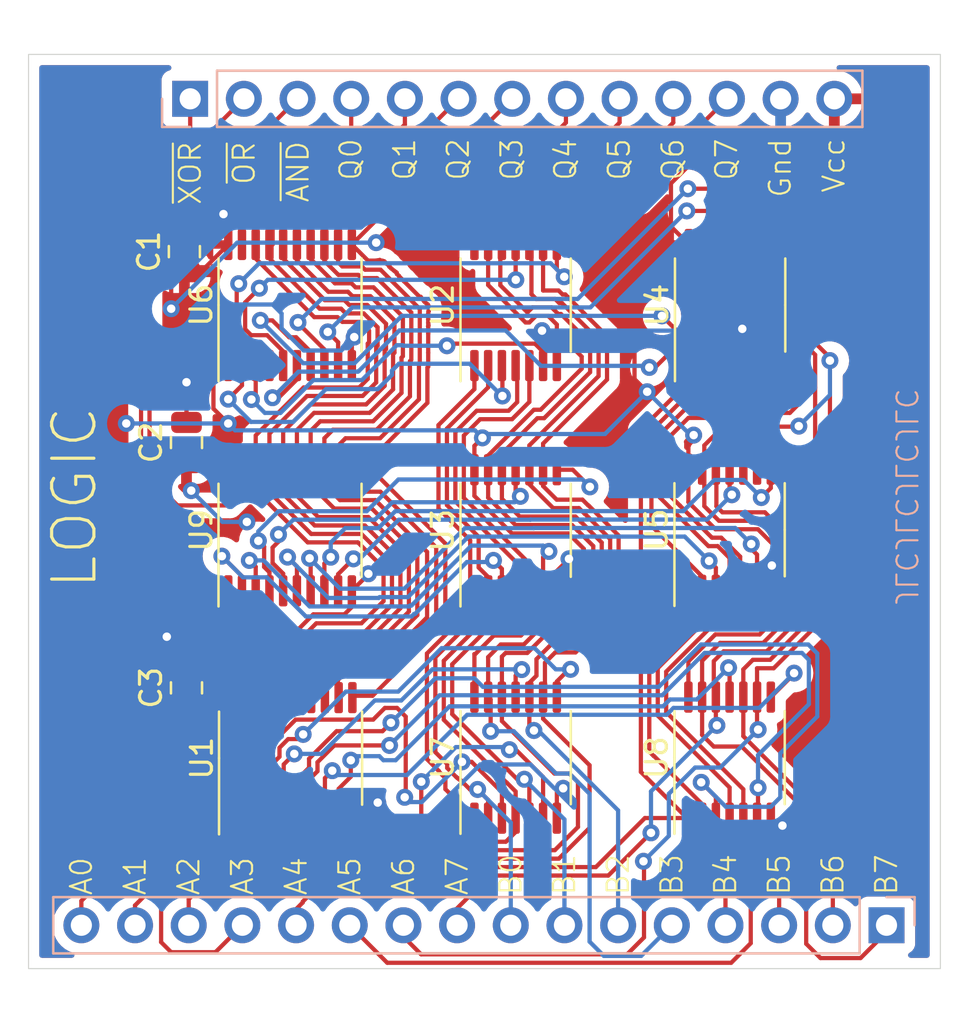
<source format=kicad_pcb>
(kicad_pcb (version 20211014) (generator pcbnew)
  (layers (0 "F.Cu" signal) (31 "B.Cu" signal) (34 "B.Paste" user) (35 "F.Paste" user) (36 "B.SilkS" user "B.Silkscreen") (37 "F.SilkS" user "F.Silkscreen") (38 "B.Mask" user) (39 "F.Mask" user) (44 "Edge.Cuts" user))
  (net 0 "")
  (net 1 "A0")
  (net 2 "A1")
  (net 3 "A2")
  (net 4 "A3")
  (net 5 "A4")
  (net 6 "A5")
  (net 7 "A6")
  (net 8 "A7")
  (net 9 "B0")
  (net 10 "B1")
  (net 11 "B2")
  (net 12 "B3")
  (net 13 "B4")
  (net 14 "B5")
  (net 15 "B6")
  (net 16 "B7")
  (net 17 "GND")
  (net 18 "VCC")
  (net 19 "Q7")
  (net 20 "Q6")
  (net 21 "Q5")
  (net 22 "Q4")
  (net 23 "Q3")
  (net 24 "Q2")
  (net 25 "Q1")
  (net 26 "Q0")
  (net 27 "~{XOR}")
  (net 28 "~{OR}")
  (net 29 "~{AND}")
  (net 30 "Net-(U7-Pad6)")
  (net 31 "Net-(U7-Pad8)")
  (net 32 "Net-(U7-Pad11)")
  (net 33 "Net-(U8-Pad3)")
  (net 34 "Net-(U8-Pad6)")
  (net 35 "Net-(U1-Pad2)")
  (net 36 "Net-(U8-Pad8)")
  (net 37 "Net-(U8-Pad11)")
  (net 38 "Net-(U6-Pad2)")
  (net 39 "Net-(U6-Pad3)")
  (net 40 "Net-(U6-Pad4)")
  (net 41 "Net-(U6-Pad5)")
  (net 42 "Net-(U6-Pad6)")
  (net 43 "Net-(U6-Pad7)")
  (net 44 "Net-(U6-Pad8)")
  (net 45 "Net-(U6-Pad9)")
  (net 46 "Net-(U3-Pad3)")
  (net 47 "Net-(U3-Pad6)")
  (net 48 "Net-(U3-Pad8)")
  (net 49 "Net-(U3-Pad11)")
  (net 50 "Net-(U5-Pad3)")
  (net 51 "Net-(U5-Pad6)")
  (net 52 "Net-(U5-Pad8)")
  (net 53 "Net-(U5-Pad11)")
  (footprint "Capacitor_SMD:C_0805_2012Metric" (layer "F.Cu") (at 202.625 70.975 90)
    (fp_text reference "C1")
    (fp_text value "C")
  )
  (footprint "Package_SO:TSSOP-14_4.4x5mm_P0.65mm" (layer "F.Cu") (at 218.3 73.5 90)
    (fp_text reference "U2")
    (fp_text value "74LS08")
  )
  (footprint "Package_SO:TSSOP-14_4.4x5mm_P0.65mm" (layer "F.Cu") (at 218.3 94.9 90)
    (fp_text reference "U7")
    (fp_text value "74LS86")
  )
  (footprint "Package_SO:TSSOP-20_4.4x6.5mm_P0.65mm" (layer "F.Cu") (at 207.625 84.15 90)
    (fp_text reference "U9")
    (fp_text value "74LS245")
  )
  (footprint "Package_SO:TSSOP-20_4.4x6.5mm_P0.65mm" (layer "F.Cu") (at 207.65 94.925 90)
    (fp_text reference "U1")
    (fp_text value "74LS245")
  )
  (footprint "Package_SO:TSSOP-14_4.4x5mm_P0.65mm" (layer "F.Cu") (at 228.425 84.125 90)
    (fp_text reference "U5")
    (fp_text value "74LS32")
  )
  (footprint "Package_SO:TSSOP-20_4.4x6.5mm_P0.65mm" (layer "F.Cu") (at 207.625 73.5 90)
    (fp_text reference "U6")
    (fp_text value "74LS245")
  )
  (footprint "Capacitor_SMD:C_0805_2012Metric" (layer "F.Cu") (at 202.725 91.6 90)
    (fp_text reference "C3")
    (fp_text value "C")
  )
  (footprint "Package_SO:TSSOP-14_4.4x5mm_P0.65mm" (layer "F.Cu") (at 228.425 94.9 90)
    (fp_text reference "U8")
    (fp_text value "74LS86")
  )
  (footprint "Capacitor_SMD:C_0805_2012Metric" (layer "F.Cu") (at 202.725 80 90)
    (fp_text reference "C2")
    (fp_text value "C")
  )
  (footprint "Package_SO:TSSOP-14_4.4x5mm_P0.65mm" (layer "F.Cu") (at 228.45 73.5 90)
    (fp_text reference "U4")
    (fp_text value "74LS08")
  )
  (footprint "Package_SO:TSSOP-14_4.4x5mm_P0.65mm" (layer "F.Cu") (at 218.3 84.15 90)
    (fp_text reference "U3")
    (fp_text value "74LS32")
  )
  (footprint "Connector_PinSocket_2.54mm:PinSocket_1x16_P2.54mm_Vertical" (layer "B.Cu") (at 235.85 102.825 90)
    (fp_text reference "J1" hide)
    (fp_text value "Conn_01x16")
  )
  (footprint "Connector_PinSocket_2.54mm:PinSocket_1x13_P2.54mm_Vertical" (layer "B.Cu") (at 202.9 63.75 -90)
    (fp_text reference "JC" hide)
    (fp_text value "Conn_01x13")
  )
  (gr_rect (start 195.25 61.65) (end 238.4 104.875) (layer "Edge.Cuts") (width 0.05) (fill none))
  (gr_text "JLCJLCJLCJLC" (at 236.775 82.575 -90) (layer "B.SilkS") (effects (font (size 1 1) (thickness 0.1)) (justify mirror)))
  (gr_text "LOGIC" (at 197.425 82.6 90) (layer "F.SilkS") (effects (font (size 2 2))))
  (gr_text "Q4" (at 220.66 65.55 90) (layer "F.SilkS") (effects (font (size 1 1) (thickness 0.1)) (justify right)))
  (gr_text "Q5" (at 223.2 65.55 90) (layer "F.SilkS") (effects (font (size 1 1) (thickness 0.1)) (justify right)))
  (gr_text "Q7" (at 228.28 65.55 90) (layer "F.SilkS") (effects (font (size 1 1) (thickness 0.1)) (justify right)))
  (gr_text "A3" (at 205.37 101.475 90) (layer "F.SilkS") (effects (font (size 1 1) (thickness 0.1)) (justify left)))
  (gr_text "A7" (at 215.53 101.475 90) (layer "F.SilkS") (effects (font (size 1 1) (thickness 0.1)) (justify left)))
  (gr_text "B3" (at 225.69 101.475 90) (layer "F.SilkS") (effects (font (size 1 1) (thickness 0.1)) (justify left)))
  (gr_text "~{AND}" (at 208 65.675 90) (layer "F.SilkS") (effects (font (size 1 1) (thickness 0.1)) (justify right)))
  (gr_text "~{XOR}" (at 202.9 65.7 90) (layer "F.SilkS") (effects (font (size 1 1) (thickness 0.1)) (justify right)))
  (gr_text "B6" (at 233.31 101.475 90) (layer "F.SilkS") (effects (font (size 1 1) (thickness 0.1)) (justify left)))
  (gr_text "A4" (at 207.91 101.475 90) (layer "F.SilkS") (effects (font (size 1 1) (thickness 0.1)) (justify left)))
  (gr_text "Q1" (at 213.04 65.55 90) (layer "F.SilkS") (effects (font (size 1 1) (thickness 0.1)) (justify right)))
  (gr_text "~{OR}" (at 205.45 65.7 90) (layer "F.SilkS") (effects (font (size 1 1) (thickness 0.1)) (justify right)))
  (gr_text "B5" (at 230.77 101.475 90) (layer "F.SilkS") (effects (font (size 1 1) (thickness 0.1)) (justify left)))
  (gr_text "B2" (at 223.15 101.475 90) (layer "F.SilkS") (effects (font (size 1 1) (thickness 0.1)) (justify left)))
  (gr_text "Q6" (at 225.74 65.55 90) (layer "F.SilkS") (effects (font (size 1 1) (thickness 0.1)) (justify right)))
  (gr_text "Q3" (at 218.12 65.55 90) (layer "F.SilkS") (effects (font (size 1 1) (thickness 0.1)) (justify right)))
  (gr_text "B0" (at 218.07 101.475 90) (layer "F.SilkS") (effects (font (size 1 1) (thickness 0.1)) (justify left)))
  (gr_text "A2" (at 202.83 101.475 90) (layer "F.SilkS") (effects (font (size 1 1) (thickness 0.1)) (justify left)))
  (gr_text "Q2" (at 215.58 65.55 90) (layer "F.SilkS") (effects (font (size 1 1) (thickness 0.1)) (justify right)))
  (gr_text "B1" (at 220.61 101.475 90) (layer "F.SilkS") (effects (font (size 1 1) (thickness 0.1)) (justify left)))
  (gr_text "Q0" (at 210.5 65.55 90) (layer "F.SilkS") (effects (font (size 1 1) (thickness 0.1)) (justify right)))
  (gr_text "A6" (at 212.99 101.475 90) (layer "F.SilkS") (effects (font (size 1 1) (thickness 0.1)) (justify left)))
  (gr_text "A1" (at 200.29 101.475 90) (layer "F.SilkS") (effects (font (size 1 1) (thickness 0.1)) (justify left)))
  (gr_text "A5" (at 210.45 101.475 90) (layer "F.SilkS") (effects (font (size 1 1) (thickness 0.1)) (justify left)))
  (gr_text "B7" (at 235.85 101.475 90) (layer "F.SilkS") (effects (font (size 1 1) (thickness 0.1)) (justify left)))
  (gr_text "A0" (at 197.75 101.475 90) (layer "F.SilkS") (effects (font (size 1 1) (thickness 0.1)) (justify left)))
  (gr_text "Vcc" (at 233.36 65.55 90) (layer "F.SilkS") (effects (font (size 1 1) (thickness 0.1)) (justify right)))
  (gr_text "B4" (at 228.23 101.475 90) (layer "F.SilkS") (effects (font (size 1 1) (thickness 0.1)) (justify left)))
  (gr_text "Gnd" (at 230.82 65.55 90) (layer "F.SilkS") (effects (font (size 1 1) (thickness 0.1)) (justify right)))
  (segment (start 197.75 101.675) (end 200.175 99.25) (width 0.2) (layer "F.Cu") (net 1))
  (segment (start 214.101467 89.978555) (end 214.101467 94.967958) (width 0.2) (layer "F.Cu") (net 1))
  (segment (start 214.675639 95.54213) (end 214.67564 95.568373) (width 0.2) (layer "F.Cu") (net 1))
  (segment (start 216.150989 84.625989) (end 216.150989 86.813489) (width 0.2) (layer "F.Cu") (net 1))
  (segment (start 214.67564 95.568373) (end 214.975988 95.868721) (width 0.2) (layer "F.Cu") (net 1))
  (segment (start 197.75 101.675) (end 197.75 102.825) (width 0.2) (layer "F.Cu") (net 1))
  (segment (start 216.35 77.475) (end 214.65 79.175001) (width 0.2) (layer "F.Cu") (net 1))
  (segment (start 214.975988 95.868721) (end 214.975988 96.388488) (width 0.2) (layer "F.Cu") (net 1))
  (segment (start 216.35 87.0125) (end 216.35 87.730022) (width 0.2) (layer "F.Cu") (net 1))
  (segment (start 200.175 99.25) (end 214.8625 99.25) (width 0.2) (layer "F.Cu") (net 1))
  (segment (start 216.35 87.730022) (end 214.101467 89.978555) (width 0.2) (layer "F.Cu") (net 1))
  (segment (start 214.650001 83.125001) (end 216.150989 84.625989) (width 0.2) (layer "F.Cu") (net 1))
  (segment (start 216.35 76.3625) (end 216.35 77.475) (width 0.2) (layer "F.Cu") (net 1))
  (segment (start 214.8625 99.25) (end 216.35 97.7625) (width 0.2) (layer "F.Cu") (net 1))
  (segment (start 214.101467 94.967958) (end 214.675639 95.54213) (width 0.2) (layer "F.Cu") (net 1))
  (segment (start 214.65 79.175001) (end 214.650001 83.125001) (width 0.2) (layer "F.Cu") (net 1))
  (segment (start 216.150989 86.813489) (end 216.35 87.0125) (width 0.2) (layer "F.Cu") (net 1))
  (segment (start 214.975988 96.388488) (end 216.35 97.7625) (width 0.2) (layer "F.Cu") (net 1))
  (segment (start 214.90049 93.110497) (end 217.864993 96.075) (width 0.2) (layer "F.Cu") (net 2))
  (segment (start 218.3 97.7625) (end 218.3 98.415006) (width 0.2) (layer "F.Cu") (net 2))
  (segment (start 218.3 76.3625) (end 218.374501 76.437001) (width 0.2) (layer "F.Cu") (net 2))
  (segment (start 202.525489 99.649511) (end 200.29 101.885) (width 0.2) (layer "F.Cu") (net 2))
  (segment (start 218.3 87.670014) (end 217.644035 88.325979) (width 0.2) (layer "F.Cu") (net 2))
  (segment (start 218.3 96.5) (end 218.3 97.7625) (width 0.2) (layer "F.Cu") (net 2))
  (segment (start 216.770982 88.44903) (end 214.90049 90.319523) (width 0.2) (layer "F.Cu") (net 2))
  (segment (start 218.3 85.635755) (end 218.3 87.0125) (width 0.2) (layer "F.Cu") (net 2))
  (segment (start 214.90049 90.319523) (end 214.90049 93.110497) (width 0.2) (layer "F.Cu") (net 2))
  (segment (start 216.455487 78.499501) (end 215.449022 79.505966) (width 0.2) (layer "F.Cu") (net 2))
  (segment (start 215.449022 82.784777) (end 218.3 85.635755) (width 0.2) (layer "F.Cu") (net 2))
  (segment (start 218.374501 76.437001) (end 218.374501 78.089744) (width 0.2) (layer "F.Cu") (net 2))
  (segment (start 216.238067 98.876957) (end 215.465513 99.649511) (width 0.2) (layer "F.Cu") (net 2))
  (segment (start 217.864993 96.075) (end 217.875 96.075) (width 0.2) (layer "F.Cu") (net 2))
  (segment (start 218.3 98.415006) (end 217.838049 98.876957) (width 0.2) (layer "F.Cu") (net 2))
  (segment (start 217.964744 78.499501) (end 216.455487 78.499501) (width 0.2) (layer "F.Cu") (net 2))
  (segment (start 215.449022 79.505966) (end 215.449022 82.784777) (width 0.2) (layer "F.Cu") (net 2))
  (segment (start 218.3 87.0125) (end 218.3 87.670014) (width 0.2) (layer "F.Cu") (net 2))
  (segment (start 216.90402 88.325979) (end 216.780968 88.449031) (width 0.2) (layer "F.Cu") (net 2))
  (segment (start 216.780968 88.449031) (end 216.770982 88.44903) (width 0.2) (layer "F.Cu") (net 2))
  (segment (start 215.465513 99.649511) (end 202.525489 99.649511) (width 0.2) (layer "F.Cu") (net 2))
  (segment (start 200.29 101.885) (end 200.29 102.825) (width 0.2) (layer "F.Cu") (net 2))
  (segment (start 218.374501 78.089744) (end 217.964744 78.499501) (width 0.2) (layer "F.Cu") (net 2))
  (segment (start 217.875 96.075) (end 218.3 96.5) (width 0.2) (layer "F.Cu") (net 2))
  (segment (start 217.838049 98.876957) (end 216.238067 98.876957) (width 0.2) (layer "F.Cu") (net 2))
  (segment (start 217.644035 88.325979) (end 216.90402 88.325979) (width 0.2) (layer "F.Cu") (net 2))
  (segment (start 219.6 80.05) (end 222.625 77.025) (width 0.2) (layer "F.Cu") (net 3))
  (segment (start 221.461935 82.701958) (end 220.242718 82.701958) (width 0.2) (layer "F.Cu") (net 3))
  (segment (start 220.242718 82.701958) (end 219.6 82.05924) (width 0.2) (layer "F.Cu") (net 3))
  (segment (start 215.871484 100.448532) (end 216.644037 99.675978) (width 0.2) (layer "F.Cu") (net 3))
  (segment (start 219.6 82.05924) (end 219.6 81.2875) (width 0.2) (layer "F.Cu") (net 3))
  (segment (start 220.344034 99.675978) (end 221.799011 98.221001) (width 0.2) (layer "F.Cu") (net 3))
  (segment (start 223.173041 87.886934) (end 223.173041 84.398791) (width 0.2) (layer "F.Cu") (net 3))
  (segment (start 223.173041 84.398791) (end 221.751708 82.977458) (width 0.2) (layer "F.Cu") (net 3))
  (segment (start 222.625 77.025) (end 222.625 74.975) (width 0.2) (layer "F.Cu") (net 3))
  (segment (start 219.686086 90.413914) (end 220.175 89.925) (width 0.2) (layer "F.Cu") (net 3))
  (segment (start 219.686086 91.951414) (end 219.686086 90.413914) (width 0.2) (layer "F.Cu") (net 3))
  (segment (start 219.6 92.0375) (end 219.686086 91.951414) (width 0.2) (layer "F.Cu") (net 3))
  (segment (start 220.335893 72.812954) (end 219.6 72.812954) (width 0.2) (layer "F.Cu") (net 3))
  (segment (start 220.175 89.925) (end 221.134977 89.925) (width 0.2) (layer "F.Cu") (net 3))
  (segment (start 222.625 74.975) (end 220.65 73) (width 0.2) (layer "F.Cu") (net 3))
  (segment (start 221.751708 82.977458) (end 221.737434 82.977458) (width 0.2) (layer "F.Cu") (net 3))
  (segment (start 219.6 81.2875) (end 219.6 80.05) (width 0.2) (layer "F.Cu") (net 3))
  (segment (start 220.522939 73) (end 220.335893 72.812954) (width 0.2) (layer "F.Cu") (net 3))
  (segment (start 221.799011 95.259766) (end 219.6 93.060755) (width 0.2) (layer "F.Cu") (net 3))
  (segment (start 221.799011 98.221001) (end 221.799011 95.259766) (width 0.2) (layer "F.Cu") (net 3))
  (segment (start 220.65 73) (end 220.522939 73) (width 0.2) (layer "F.Cu") (net 3))
  (segment (start 221.134977 89.925) (end 223.173041 87.886934) (width 0.2) (layer "F.Cu") (net 3))
  (segment (start 202.83 102.825) (end 202.83 101.595) (width 0.2) (layer "F.Cu") (net 3))
  (segment (start 219.6 93.060755) (end 219.6 92.0375) (width 0.2) (layer "F.Cu") (net 3))
  (segment (start 202.83 101.595) (end 203.976468 100.448532) (width 0.2) (layer "F.Cu") (net 3))
  (segment (start 203.976468 100.448532) (end 215.871484 100.448532) (width 0.2) (layer "F.Cu") (net 3))
  (segment (start 216.644037 99.675978) (end 220.344034 99.675978) (width 0.2) (layer "F.Cu") (net 3))
  (segment (start 221.737434 82.977458) (end 221.461935 82.701958) (width 0.2) (layer "F.Cu") (net 3))
  (segment (start 219.6 72.812954) (end 219.6 70.6375) (width 0.2) (layer "F.Cu") (net 3))
  (segment (start 217.575499 70.712001) (end 217.65 70.6375) (width 0.2) (layer "F.Cu") (net 4))
  (segment (start 201.525 103.625) (end 202 104.1) (width 0.2) (layer "F.Cu") (net 4))
  (segment (start 220.131823 95.650499) (end 217.65 93.168676) (width 0.2) (layer "F.Cu") (net 4))
  (segment (start 221.249501 98.180522) (end 221.249501 96.060256) (width 0.2) (layer "F.Cu") (net 4))
  (segment (start 216.478555 99.276467) (end 220.153556 99.276467) (width 0.2) (layer "F.Cu") (net 4))
  (segment (start 217.65 80.529239) (end 219.329239 78.85) (width 0.2) (layer "F.Cu") (net 4))
  (segment (start 221.825978 75.305966) (end 220.446 73.925988) (width 0.2) (layer "F.Cu") (net 4))
  (segment (start 221.825978 76.674022) (end 221.825978 75.305966) (width 0.2) (layer "F.Cu") (net 4))
  (segment (start 201.525 101.525) (end 203.000978 100.049022) (width 0.2) (layer "F.Cu") (net 4))
  (segment (start 218.858602 73.847847) (end 217.575499 72.564744) (width 0.2) (layer "F.Cu") (net 4))
  (segment (start 220.004927 73.611975) (end 220.318941 73.925988) (width 0.2) (layer "F.Cu") (net 4))
  (segment (start 201.525 101.525) (end 201.525 103.625) (width 0.2) (layer "F.Cu") (net 4))
  (segment (start 203.000978 100.049022) (end 215.706 100.049022) (width 0.2) (layer "F.Cu") (net 4))
  (segment (start 217.65 93.168676) (end 217.65 92.0375) (width 0.2) (layer "F.Cu") (net 4))
  (segment (start 220.153556 99.276467) (end 221.249501 98.180522) (width 0.2) (layer "F.Cu") (net 4))
  (segment (start 221.406466 83.776478) (end 221.420712 83.776478) (width 0.2) (layer "F.Cu") (net 4))
  (segment (start 222.37402 87.555968) (end 220.804008 89.125979) (width 0.2) (layer "F.Cu") (net 4))
  (segment (start 215.706 100.049022) (end 216.478555 99.276467) (width 0.2) (layer "F.Cu") (net 4))
  (segment (start 219.094473 73.611976) (end 218.858602 73.847847) (width 0.2) (layer "F.Cu") (net 4))
  (segment (start 218.491942 83.500978) (end 221.130968 83.50098) (width 0.2) (layer "F.Cu") (net 4))
  (segment (start 219.679009 89.125978) (end 218.855964 89.949022) (width 0.2) (layer "F.Cu") (net 4))
  (segment (start 220.804008 89.125979) (end 219.679009 89.125978) (width 0.2) (layer "F.Cu") (net 4))
  (segment (start 219.65 78.85) (end 221.825978 76.674022) (width 0.2) (layer "F.Cu") (net 4))
  (segment (start 220.004927 73.611975) (end 219.094473 73.611976) (width 0.2) (layer "F.Cu") (net 4))
  (segment (start 204.095 104.1) (end 205.37 102.825) (width 0.2) (layer "F.Cu") (net 4))
  (segment (start 217.825499 89.949022) (end 217.65 90.124521) (width 0.2) (layer "F.Cu") (net 4))
  (segment (start 217.65 81.2875) (end 217.65 80.529239) (width 0.2) (layer "F.Cu") (net 4))
  (segment (start 220.446 73.925988) (end 220.318941 73.925988) (width 0.2) (layer "F.Cu") (net 4))
  (segment (start 202 104.1) (end 204.095 104.1) (width 0.2) (layer "F.Cu") (net 4))
  (segment (start 217.575499 72.564744) (end 217.575499 70.712001) (width 0.2) (layer "F.Cu") (net 4))
  (segment (start 221.130968 83.50098) (end 221.406466 83.776478) (width 0.2) (layer "F.Cu") (net 4))
  (segment (start 222.37402 84.729786) (end 222.37402 87.555968) (width 0.2) (layer "F.Cu") (net 4))
  (segment (start 217.65 82.659036) (end 218.491942 83.500978) (width 0.2) (layer "F.Cu") (net 4))
  (segment (start 220.839744 95.650499) (end 220.131823 95.650499) (width 0.2) (layer "F.Cu") (net 4))
  (segment (start 221.249501 96.060256) (end 220.839744 95.650499) (width 0.2) (layer "F.Cu") (net 4))
  (segment (start 217.65 81.2875) (end 217.65 82.659036) (width 0.2) (layer "F.Cu") (net 4))
  (segment (start 218.855964 89.949022) (end 217.825499 89.949022) (width 0.2) (layer "F.Cu") (net 4))
  (segment (start 221.420712 83.776478) (end 222.37402 84.729786) (width 0.2) (layer "F.Cu") (net 4))
  (segment (start 219.329239 78.85) (end 219.65 78.85) (width 0.2) (layer "F.Cu") (net 4))
  (segment (start 217.65 90.124521) (end 217.65 92.0375) (width 0.2) (layer "F.Cu") (net 4))
  (segment (start 209.086957 100.848043) (end 208.225 101.71) (width 0.2) (layer "F.Cu") (net 5))
  (segment (start 225.978551 77.638969) (end 225.978548 77.638969) (width 0.2) (layer "F.Cu") (net 5))
  (segment (start 208.225 101.75) (end 207.91 102.065) (width 0.2) (layer "F.Cu") (net 5))
  (segment (start 207.91 102.065) (end 207.91 102.825) (width 0.2) (layer "F.Cu") (net 5))
  (segment (start 224.415634 97.755877) (end 222.096022 100.075489) (width 0.2) (layer "F.Cu") (net 5))
  (segment (start 226.468377 97.755877) (end 224.415634 97.755877) (width 0.2) (layer "F.Cu") (net 5))
  (segment (start 225.978548 77.638969) (end 224.226467 79.39105) (width 0.2) (layer "F.Cu") (net 5))
  (segment (start 226.475 76.425) (end 226.475 77.14252) (width 0.2) (layer "F.Cu") (net 5))
  (segment (start 224.226467 79.39105) (end 224.226467 95.576467) (width 0.2) (layer "F.Cu") (net 5))
  (segment (start 226.475 77.14252) (end 225.978551 77.638969) (width 0.2) (layer "F.Cu") (net 5))
  (segment (start 216.036966 100.848043) (end 209.086957 100.848043) (width 0.2) (layer "F.Cu") (net 5))
  (segment (start 226.475 86.9875) (end 225.9875 86.9875) (width 0.2) (layer "F.Cu") (net 5))
  (segment (start 216.80952 100.075489) (end 216.036966 100.848043) (width 0.2) (layer "F.Cu") (net 5))
  (segment (start 222.096022 100.075489) (end 216.80952 100.075489) (width 0.2) (layer "F.Cu") (net 5))
  (segment (start 226.475 97.7625) (end 226.468377 97.755877) (width 0.2) (layer "F.Cu") (net 5))
  (segment (start 208.225 101.71) (end 208.225 101.75) (width 0.2) (layer "F.Cu") (net 5))
  (segment (start 224.226467 95.576467) (end 226.475 97.825) (width 0.2) (layer "F.Cu") (net 5))
  (segment (start 225.9875 86.9875) (end 224.225 85.225) (width 0.2) (layer "F.Cu") (net 5))
  (segment (start 225.675978 83.150197) (end 225.910007 83.384224) (width 0.2) (layer "F.Cu") (net 6))
  (segment (start 227.819035 88.275979) (end 227.419032 88.27598) (width 0.2) (layer "F.Cu") (net 6))
  (segment (start 225.025491 92.911246) (end 228.425 96.310755) (width 0.2) (layer "F.Cu") (net 6))
  (segment (start 227.425308 84.899521) (end 227.863766 84.899521) (width 0.2) (layer "F.Cu") (net 6))
  (segment (start 212.224511 104.599511) (end 228.500489 104.599511) (width 0.2) (layer "F.Cu") (net 6))
  (segment (start 228.425 85.460755) (end 228.425 87.670014) (width 0.2) (layer "F.Cu") (net 6))
  (segment (start 227.419032 88.27598) (end 225.02549 90.669523) (width 0.2) (layer "F.Cu") (net 6))
  (segment (start 228.425 96.310755) (end 228.425 97.825) (width 0.2) (layer "F.Cu") (net 6))
  (segment (start 228.425 99.675) (end 228.425 97.7625) (width 0.2) (layer "F.Cu") (net 6))
  (segment (start 225.02549 90.669523) (end 225.025491 92.911246) (width 0.2) (layer "F.Cu") (net 6))
  (segment (start 228.425 87.670014) (end 227.819035 88.275979) (width 0.2) (layer "F.Cu") (net 6))
  (segment (start 225.675978 83.150192) (end 225.675978 83.150197) (width 0.2) (layer "F.Cu") (net 6))
  (segment (start 228.500489 104.599511) (end 229.425 103.675) (width 0.2) (layer "F.Cu") (net 6))
  (segment (start 225.125489 79.622018) (end 225.12549 82.599704) (width 0.2) (layer "F.Cu") (net 6))
  (segment (start 225.12549 82.599704) (end 225.675978 83.150192) (width 0.2) (layer "F.Cu") (net 6))
  (segment (start 226.309516 78.43799) (end 225.125489 79.622018) (width 0.2) (layer "F.Cu") (net 6))
  (segment (start 225.910007 83.384224) (end 225.91001 83.384224) (width 0.2) (layer "F.Cu") (net 6))
  (segment (start 227.51201 78.43799) (end 226.309516 78.43799) (width 0.2) (layer "F.Cu") (net 6))
  (segment (start 210.45 102.825) (end 212.224511 104.599511) (width 0.2) (layer "F.Cu") (net 6))
  (segment (start 228.425 77.525) (end 227.51201 78.43799) (width 0.2) (layer "F.Cu") (net 6))
  (segment (start 229.425 103.675) (end 229.425 100.675) (width 0.2) (layer "F.Cu") (net 6))
  (segment (start 225.91001 83.384224) (end 227.425308 84.899521) (width 0.2) (layer "F.Cu") (net 6))
  (segment (start 229.425 100.675) (end 228.425 99.675) (width 0.2) (layer "F.Cu") (net 6))
  (segment (start 227.863766 84.899521) (end 228.425 85.460755) (width 0.2) (layer "F.Cu") (net 6))
  (segment (start 228.425 76.425) (end 228.425 77.525) (width 0.2) (layer "F.Cu") (net 6))
  (segment (start 233.173032 75.988057) (end 233.173032 88.01194) (width 0.2) (layer "F.Cu") (net 7))
  (segment (start 229.75 70.725) (end 229.75 72.565025) (width 0.2) (layer "F.Cu") (net 7))
  (segment (start 224.375 99.825) (end 224.35 99.8) (width 0.2) (layer "F.Cu") (net 7))
  (segment (start 230.425 79.25) (end 231.675 79.25) (width 0.2) (layer "F.Cu") (net 7))
  (segment (start 213.825 104.2) (end 223.575 104.2) (width 0.2) (layer "F.Cu") (net 7))
  (segment (start 230.511929 90.673043) (end 229.725 90.673043) (width 0.2) (layer "F.Cu") (net 7))
  (segment (start 233.173032 88.01194) (end 230.511929 90.673043) (width 0.2) (layer "F.Cu") (net 7))
  (segment (start 229.725 92.0375) (end 229.725 93.5255) (width 0.2) (layer "F.Cu") (net 7))
  (segment (start 223.575 104.2) (end 224.375 103.4) (width 0.2) (layer "F.Cu") (net 7))
  (segment (start 229.75 72.565025) (end 233.173032 75.988057) (width 0.2) (layer "F.Cu") (net 7))
  (segment (start 229.725 93.5255) (end 229.7745 93.575) (width 0.2) (layer "F.Cu") (net 7))
  (segment (start 229.725 81.2625) (end 229.725 79.95) (width 0.2) (layer "F.Cu") (net 7))
  (segment (start 229.725 79.95) (end 230.425 79.25) (width 0.2) (layer "F.Cu") (net 7))
  (segment (start 224.375 103.4) (end 224.375 99.825) (width 0.2) (layer "F.Cu") (net 7))
  (segment (start 212.99 102.825) (end 212.99 103.365) (width 0.2) (layer "F.Cu") (net 7))
  (segment (start 229.725 70.7) (end 229.75 70.725) (width 0.2) (layer "F.Cu") (net 7))
  (segment (start 229.725 90.673043) (end 229.725 92.1) (width 0.2) (layer "F.Cu") (net 7))
  (segment (start 231.675 79.25) (end 231.7 79.225) (width 0.2) (layer "F.Cu") (net 7))
  (segment (start 212.99 103.365) (end 213.825 104.2) (width 0.2) (layer "F.Cu") (net 7))
  (via (at 231.7 79.225) (size 0.8) (drill 0.4) (layers "F.Cu" "B.Cu") (net 7))
  (via (at 229.7745 93.575) (size 0.8) (drill 0.4) (layers "F.Cu" "B.Cu") (net 7))
  (via (at 233.173032 76.126968) (size 0.8) (drill 0.4) (layers "F.Cu" "B.Cu") (net 7))
  (via (at 224.35 99.8) (size 0.8) (drill 0.4) (layers "F.Cu" "B.Cu") (net 7))
  (segment (start 233.173032 77.751968) (end 233.173032 76.126968) (width 0.2) (layer "B.Cu") (net 7))
  (segment (start 225.55 98.6) (end 224.35 99.8) (width 0.2) (layer "B.Cu") (net 7))
  (segment (start 227.981559 95.367941) (end 226.791942 95.367941) (width 0.2) (layer "B.Cu") (net 7))
  (segment (start 226.791942 95.367941) (end 225.55 96.609883) (width 0.2) (layer "B.Cu") (net 7))
  (segment (start 231.7 79.225) (end 233.173032 77.751968) (width 0.2) (layer "B.Cu") (net 7))
  (segment (start 225.55 96.609883) (end 225.55 98.6) (width 0.2) (layer "B.Cu") (net 7))
  (segment (start 229.7745 93.575) (end 227.981559 95.367941) (width 0.2) (layer "B.Cu") (net 7))
  (segment (start 230.095712 83.301479) (end 232.074021 85.279788) (width 0.2) (layer "F.Cu") (net 8))
  (segment (start 227.675999 92.000999) (end 227.775 92.1) (width 0.2) (layer "F.Cu") (net 8))
  (segment (start 227.775 71.720012) (end 231.950978 75.895991) (width 0.2) (layer "F.Cu") (net 8))
  (segment (start 228.140216 89.874021) (end 227.675999 90.338238) (width 0.2) (layer "F.Cu") (net 8))
  (segment (start 227.775 70.7) (end 227.775 71.720012) (width 0.2) (layer "F.Cu") (net 8))
  (segment (start 231.950978 75.895991) (end 231.950977 76.736523) (width 0.2) (layer "F.Cu") (net 8))
  (segment (start 230.637499 78.05) (end 229.879238 78.05) (width 0.2) (layer "F.Cu") (net 8))
  (segment (start 227.800499 83.01474) (end 228.087236 83.301477) (width 0.2) (layer "F.Cu") (net 8))
  (segment (start 232.074021 87.980966) (end 230.180966 89.874021) (width 0.2) (layer "F.Cu") (net 8))
  (segment (start 222.685756 100.475) (end 224.705378 98.455378) (width 0.2) (layer "F.Cu") (net 8))
  (segment (start 217.08 100.475) (end 222.685756 100.475) (width 0.2) (layer "F.Cu") (net 8))
  (segment (start 227.675999 90.338238) (end 227.675999 92.000999) (width 0.2) (layer "F.Cu") (net 8))
  (segment (start 227.800499 80.128739) (end 227.800499 83.01474) (width 0.2) (layer "F.Cu") (net 8))
  (segment (start 215.53 102.025) (end 217.08 100.475) (width 0.2) (layer "F.Cu") (net 8))
  (segment (start 229.879238 78.05) (end 227.800499 80.128739) (width 0.2) (layer "F.Cu") (net 8))
  (segment (start 227.775 92.0375) (end 227.775 93.3255) (width 0.2) (layer "F.Cu") (net 8))
  (segment (start 227.775 93.3255) (end 227.8245 93.375) (width 0.2) (layer "F.Cu") (net 8))
  (segment (start 232.074021 85.279788) (end 232.074021 87.980966) (width 0.2) (layer "F.Cu") (net 8))
  (segment (start 230.180966 89.874021) (end 228.140216 89.874021) (width 0.2) (layer "F.Cu") (net 8))
  (segment (start 228.087236 83.301477) (end 230.095712 83.301479) (width 0.2) (layer "F.Cu") (net 8))
  (segment (start 231.950977 76.736523) (end 230.637499 78.05) (width 0.2) (layer "F.Cu") (net 8))
  (via (at 227.8245 93.375) (size 0.8) (drill 0.4) (layers "F.Cu" "B.Cu") (net 8))
  (via (at 224.705378 98.455378) (size 0.8) (drill 0.4) (layers "F.Cu" "B.Cu") (net 8))
  (segment (start 224.705378 96.494122) (end 224.705378 98.455378) (width 0.2) (layer "B.Cu") (net 8))
  (segment (start 227.8245 93.375) (end 224.705378 96.494122) (width 0.2) (layer "B.Cu") (net 8))
  (segment (start 215.491579 95.812646) (end 215.540116 95.861183) (width 0.2) (layer "F.Cu") (net 9))
  (segment (start 214.500978 90.154038) (end 214.500978 94.640223) (width 0.2) (layer "F.Cu") (net 9))
  (segment (start 215.06163 95.389369) (end 215.484907 95.812646) (width 0.2) (layer "F.Cu") (net 9))
  (segment (start 217 87.0125) (end 217 87.665006) (width 0.2) (layer "F.Cu") (net 9))
  (segment (start 216.550499 84.460505) (end 216.550499 85.910493) (width 0.2) (layer "F.Cu") (net 9))
  (segment (start 215.543118 95.861183) (end 215.555436 95.873501) (width 0.2) (layer "F.Cu") (net 9))
  (segment (start 217 77.389994) (end 215.049511 79.340483) (width 0.2) (layer "F.Cu") (net 9))
  (segment (start 216.139749 96.403994) (end 216.501821 96.403994) (width 0.2) (layer "F.Cu") (net 9))
  (segment (start 215.673282 95.937527) (end 216.139749 96.403994) (width 0.2) (layer "F.Cu") (net 9))
  (segment (start 217 87.665006) (end 216.615486 88.04952) (width 0.2) (layer "F.Cu") (net 9))
  (segment (start 216.550499 85.910493) (end 217 86.359994) (width 0.2) (layer "F.Cu") (net 9))
  (segment (start 214.500978 94.640223) (end 215.06163 95.200875) (width 0.2) (layer "F.Cu") (net 9))
  (segment (start 215.639038 95.937527) (end 215.673282 95.937527) (width 0.2) (layer "F.Cu") (net 9))
  (segment (start 215.049511 82.959517) (end 216.550499 84.460505) (width 0.2) (layer "F.Cu") (net 9))
  (segment (start 217 86.359994) (end 217 87.0125) (width 0.2) (layer "F.Cu") (net 9))
  (segment (start 217 76.3625) (end 217 77.389994) (width 0.2) (layer "F.Cu") (net 9))
  (segment (start 216.605498 88.04952) (end 214.500978 90.154038) (width 0.2) (layer "F.Cu") (net 9))
  (segment (start 215.626792 95.92829) (end 215.629801 95.92829) (width 0.2) (layer "F.Cu") (net 9))
  (segment (start 215.484907 95.812646) (end 215.491579 95.812646) (width 0.2) (layer "F.Cu") (net 9))
  (segment (start 216.615486 88.04952) (end 216.605498 88.04952) (width 0.2) (layer "F.Cu") (net 9))
  (segment (start 217 97.7625) (end 217 96.902173) (width 0.2) (layer "F.Cu") (net 9))
  (segment (start 215.540116 95.861183) (end 215.543118 95.861183) (width 0.2) (layer "F.Cu") (net 9))
  (segment (start 215.629801 95.92829) (end 215.639038 95.937527) (width 0.2) (layer "F.Cu") (net 9))
  (segment (start 215.06163 95.200875) (end 215.06163 95.389369) (width 0.2) (layer "F.Cu") (net 9))
  (segment (start 217 96.902173) (end 216.501821 96.403994) (width 0.2) (layer "F.Cu") (net 9))
  (segment (start 215.572003 95.873501) (end 215.626792 95.92829) (width 0.2) (layer "F.Cu") (net 9))
  (segment (start 215.555436 95.873501) (end 215.572003 95.873501) (width 0.2) (layer "F.Cu") (net 9))
  (segment (start 215.049511 79.340483) (end 215.049511 82.959517) (width 0.2) (layer "F.Cu") (net 9))
  (via (at 216.501821 96.403994) (size 0.8) (drill 0.4) (layers "F.Cu" "B.Cu") (net 9))
  (segment (start 218.075 97.977173) (end 218.07 97.982173) (width 0.2) (layer "B.Cu") (net 9))
  (segment (start 218.075 97.977173) (end 216.501821 96.403994) (width 0.2) (layer "B.Cu") (net 9))
  (segment (start 218.07 97.982173) (end 218.07 102.825) (width 0.2) (layer "B.Cu") (net 9))
  (segment (start 218.95 88.040971) (end 218.265482 88.725489) (width 0.2) (layer "F.Cu") (net 10))
  (segment (start 218.376785 95.922546) (end 218.711789 95.922546) (width 0.2) (layer "F.Cu") (net 10))
  (segment (start 216.936448 88.848558) (end 215.300001 90.485005) (width 0.2) (layer "F.Cu") (net 10))
  (segment (start 218.95 78.079238) (end 218.130226 78.899012) (width 0.2) (layer "F.Cu") (net 10))
  (segment (start 216.946434 88.848558) (end 216.936448 88.848558) (width 0.2) (layer "F.Cu") (net 10))
  (segment (start 218.95 97.7625) (end 218.95 96.160757) (width 0.2) (layer "F.Cu") (net 10))
  (segment (start 218.95 96.160757) (end 218.711789 95.922546) (width 0.2) (layer "F.Cu") (net 10))
  (segment (start 216.62097 78.899011) (end 218.130226 78.899012) (width 0.2) (layer "F.Cu") (net 10))
  (segment (start 215.300001 90.485005) (end 215.300001 92.845762) (width 0.2) (layer "F.Cu") (net 10))
  (segment (start 215.848533 82.619295) (end 218.95 85.720762) (width 0.2) (layer "F.Cu") (net 10))
  (segment (start 218.265482 88.725489) (end 217.069503 88.725489) (width 0.2) (layer "F.Cu") (net 10))
  (segment (start 216.62097 78.899012) (end 215.848533 79.671449) (width 0.2) (layer "F.Cu") (net 10))
  (segment (start 217.069503 88.725489) (end 216.946434 88.848558) (width 0.2) (layer "F.Cu") (net 10))
  (segment (start 218.95 87.0125) (end 218.95 88.040971) (width 0.2) (layer "F.Cu") (net 10))
  (segment (start 215.300001 92.845762) (end 218.376785 95.922546) (width 0.2) (layer "F.Cu") (net 10))
  (segment (start 218.95 85.720762) (end 218.95 87.0125) (width 0.2) (layer "F.Cu") (net 10))
  (segment (start 218.95 76.3625) (end 218.95 78.079238) (width 0.2) (layer "F.Cu") (net 10))
  (segment (start 215.848533 79.671449) (end 215.848533 82.619295) (width 0.2) (layer "F.Cu") (net 10))
  (via (at 218.711789 95.922546) (size 0.8) (drill 0.4) (layers "F.Cu" "B.Cu") (net 10))
  (segment (start 220.61 97.820757) (end 220.61 102.825) (width 0.2) (layer "B.Cu") (net 10))
  (segment (start 220.61 97.820757) (end 218.711789 95.922546) (width 0.2) (layer "B.Cu") (net 10))
  (segment (start 220.003479 89.525489) (end 219.286576 90.242392) (width 0.2) (layer "F.Cu") (net 11))
  (segment (start 221.296452 83.10147) (end 221.571948 83.376967) (width 0.2) (layer "F.Cu") (net 11))
  (segment (start 218.95 81.974234) (end 220.077234 83.101468) (width 0.2) (layer "F.Cu") (net 11))
  (segment (start 219.272472 73.212465) (end 220.170411 73.212465) (width 0.2) (layer "F.Cu") (net 11))
  (segment (start 218.95 92.0375) (end 218.95 93.399999) (width 0.2) (layer "F.Cu") (net 11))
  (segment (start 219.286576 91.025869) (end 218.95 91.362445) (width 0.2) (layer "F.Cu") (net 11))
  (segment (start 222.225489 76.859518) (end 218.95 80.135007) (width 0.2) (layer "F.Cu") (net 11))
  (segment (start 219.049501 72.989494) (end 219.272472 73.212465) (width 0.2) (layer "F.Cu") (net 11))
  (segment (start 221.571948 83.376967) (end 221.586196 83.376968) (width 0.2) (layer "F.Cu") (net 11))
  (segment (start 219.049501 70.737001) (end 219.049501 72.989494) (width 0.2) (layer "F.Cu") (net 11))
  (segment (start 222.77353 87.721452) (end 220.96949 89.52549) (width 0.2) (layer "F.Cu") (net 11))
  (segment (start 218.95 81.2875) (end 218.95 81.974234) (width 0.2) (layer "F.Cu") (net 11))
  (segment (start 220.170411 73.212465) (end 220.362524 73.404578) (width 0.2) (layer "F.Cu") (net 11))
  (segment (start 220.077234 83.101468) (end 221.296452 83.10147) (width 0.2) (layer "F.Cu") (net 11))
  (segment (start 222.225489 75.140484) (end 222.225489 76.859518) (width 0.2) (layer "F.Cu") (net 11))
  (segment (start 220.362524 73.404578) (end 220.489583 73.404578) (width 0.2) (layer "F.Cu") (net 11))
  (segment (start 218.95 93.399999) (end 219.166133 93.616132) (width 0.2) (layer "F.Cu") (net 11))
  (segment (start 220.96949 89.52549) (end 220.003479 89.525489) (width 0.2) (layer "F.Cu") (net 11))
  (segment (start 218.95 70.6375) (end 219.049501 70.737001) (width 0.2) (layer "F.Cu") (net 11))
  (segment (start 218.95 91.362445) (end 218.95 92.0375) (width 0.2) (layer "F.Cu") (net 11))
  (segment (start 220.489583 73.404578) (end 222.225489 75.140484) (width 0.2) (layer "F.Cu") (net 11))
  (segment (start 222.77353 84.564302) (end 222.77353 87.721452) (width 0.2) (layer "F.Cu") (net 11))
  (segment (start 218.95 80.135007) (end 218.95 81.2875) (width 0.2) (layer "F.Cu") (net 11))
  (segment (start 221.586196 83.376968) (end 222.77353 84.564302) (width 0.2) (layer "F.Cu") (net 11))
  (segment (start 219.286576 90.242392) (end 219.286576 91.025869) (width 0.2) (layer "F.Cu") (net 11))
  (via (at 219.166133 93.616132) (size 0.8) (drill 0.4) (layers "F.Cu" "B.Cu") (net 11))
  (segment (start 223.15 97.395762) (end 219.37037 93.616132) (width 0.2) (layer "B.Cu") (net 11))
  (segment (start 223.15 97.395762) (end 223.15 102.825) (width 0.2) (layer "B.Cu") (net 11))
  (segment (start 219.37037 93.616132) (end 219.166133 93.616132) (width 0.2) (layer "B.Cu") (net 11))
  (segment (start 218.945944 74.325499) (end 219.259957 74.011486) (width 0.2) (layer "F.Cu") (net 12))
  (segment (start 221.97451 84.895271) (end 221.97451 87.390484) (width 0.2) (layer "F.Cu") (net 12))
  (segment (start 218.290483 83.900489) (end 220.965484 83.90049) (width 0.2) (layer "F.Cu") (net 12))
  (segment (start 219.513526 88.726468) (end 218.690482 89.549511) (width 0.2) (layer "F.Cu") (net 12))
  (segment (start 220.249202 74.760695) (end 221.426467 75.93796) (width 0.2) (layer "F.Cu") (net 12))
  (segment (start 219.484517 78.450489) (end 219.163756 78.450489) (width 0.2) (layer "F.Cu") (net 12))
  (segment (start 219.163756 78.450489) (end 217 80.614245) (width 0.2) (layer "F.Cu") (net 12))
  (segment (start 221.97451 87.390484) (end 220.638526 88.726468) (width 0.2) (layer "F.Cu") (net 12))
  (segment (start 220.249202 74.421243) (end 220.249202 74.760695) (width 0.2) (layer "F.Cu") (net 12))
  (segment (start 217.117579 92.155079) (end 217.117579 93.650499) (width 0.2) (layer "F.Cu") (net 12))
  (segment (start 219.839445 74.011486) (end 220.249202 74.421243) (width 0.2) (layer "F.Cu") (net 12))
  (segment (start 220.638526 88.726468) (end 219.513526 88.726468) (width 0.2) (layer "F.Cu") (net 12))
  (segment (start 218.690482 89.549511) (end 217.59625 89.549511) (width 0.2) (layer "F.Cu") (net 12))
  (segment (start 217 80.614245) (end 217 81.2875) (width 0.2) (layer "F.Cu") (net 12))
  (segment (start 221.255228 84.175989) (end 221.97451 84.895271) (width 0.2) (layer "F.Cu") (net 12))
  (segment (start 217 90.145761) (end 217 92.0375) (width 0.2) (layer "F.Cu") (net 12))
  (segment (start 218.771261 74.325499) (end 218.945944 74.325499) (width 0.2) (layer "F.Cu") (net 12))
  (segment (start 217 81.2875) (end 217 82.610006) (width 0.2) (layer "F.Cu") (net 12))
  (segment (start 217 72.554238) (end 218.771261 74.325499) (width 0.2) (layer "F.Cu") (net 12))
  (segment (start 220.965484 83.90049) (end 221.240982 84.175988) (width 0.2) (layer "F.Cu") (net 12))
  (segment (start 221.240982 84.175988) (end 221.255228 84.175989) (width 0.2) (layer "F.Cu") (net 12))
  (segment (start 219.259957 74.011486) (end 219.839445 74.011486) (width 0.2) (layer "F.Cu") (net 12))
  (segment (start 217 92.0375) (end 217.117579 92.155079) (width 0.2) (layer "F.Cu") (net 12))
  (segment (start 221.426467 75.93796) (end 221.426467 76.508539) (width 0.2) (layer "F.Cu") (net 12))
  (segment (start 217 82.610006) (end 218.290483 83.900489) (width 0.2) (layer "F.Cu") (net 12))
  (segment (start 221.426467 76.508539) (end 219.484517 78.450489) (width 0.2) (layer "F.Cu") (net 12))
  (segment (start 217.59625 89.549511) (end 217 90.145761) (width 0.2) (layer "F.Cu") (net 12))
  (segment (start 217 70.6375) (end 217 72.554238) (width 0.2) (layer "F.Cu") (net 12))
  (via (at 217.117579 93.650499) (size 0.8) (drill 0.4) (layers "F.Cu" "B.Cu") (net 12))
  (segment (start 220.839744 95.650499) (end 221.8 96.610755) (width 0.2) (layer "B.Cu") (net 12))
  (segment (start 222.475 104.275) (end 224.24 104.275) (width 0.2) (layer "B.Cu") (net 12))
  (segment (start 217.117579 93.650499) (end 218.211255 93.650499) (width 0.2) (layer "B.Cu") (net 12))
  (segment (start 221.8 96.610755) (end 221.8 103.6) (width 0.2) (layer "B.Cu") (net 12))
  (segment (start 224.24 104.275) (end 225.69 102.825) (width 0.2) (layer "B.Cu") (net 12))
  (segment (start 220.211255 95.650499) (end 220.839744 95.650499) (width 0.2) (layer "B.Cu") (net 12))
  (segment (start 218.211255 93.650499) (end 220.211255 95.650499) (width 0.2) (layer "B.Cu") (net 12))
  (segment (start 221.8 103.6) (end 222.475 104.275) (width 0.2) (layer "B.Cu") (net 12))
  (segment (start 228.23 102.025) (end 228.23 100.655) (width 0.2) (layer "F.Cu") (net 13))
  (segment (start 224.725978 83.935972) (end 227.10049 86.310484) (width 0.2) (layer "F.Cu") (net 13))
  (segment (start 224.725978 79.456536) (end 224.725978 83.935972) (width 0.2) (layer "F.Cu") (net 13))
  (segment (start 224.625978 90.206538) (end 224.625978 94.615223) (width 0.2) (layer "F.Cu") (net 13))
  (segment (start 227.10049 87.732026) (end 224.625978 90.206538) (width 0.2) (layer "F.Cu") (net 13))
  (segment (start 226.41152 78.03848) (end 226.144032 78.03848) (width 0.2) (layer "F.Cu") (net 13))
  (segment (start 224.625978 94.615223) (end 224.835755 94.825) (width 0.2) (layer "F.Cu") (net 13))
  (segment (start 227.10049 86.310484) (end 227.10049 87.732026) (width 0.2) (layer "F.Cu") (net 13))
  (segment (start 227.125 77.325) (end 226.41152 78.03848) (width 0.2) (layer "F.Cu") (net 13))
  (segment (start 228.23 100.655) (end 227.125 99.55) (width 0.2) (layer "F.Cu") (net 13))
  (segment (start 226.144032 78.03848) (end 224.725978 79.456536) (width 0.2) (layer "F.Cu") (net 13))
  (segment (start 227.125 97.1) (end 227.125 97.825) (width 0.2) (layer "F.Cu") (net 13))
  (segment (start 224.85 94.825) (end 227.125 97.1) (width 0.2) (layer "F.Cu") (net 13))
  (segment (start 224.835755 94.825) (end 224.85 94.825) (width 0.2) (layer "F.Cu") (net 13))
  (segment (start 227.125 76.425) (end 227.125 77.325) (width 0.2) (layer "F.Cu") (net 13))
  (segment (start 227.125 99.55) (end 227.125 97.7625) (width 0.2) (layer "F.Cu") (net 13))
  (segment (start 229.075 76.425) (end 229.075 77.582513) (width 0.2) (layer "F.Cu") (net 14))
  (segment (start 226.475 78.8375) (end 225.525 79.7875) (width 0.2) (layer "F.Cu") (net 14))
  (segment (start 229.075 99.25) (end 229.075 97.7625) (width 0.2) (layer "F.Cu") (net 14))
  (segment (start 229.075 77.582513) (end 227.820013 78.8375) (width 0.2) (layer "F.Cu") (net 14))
  (segment (start 225.525 82.43422) (end 226.075489 82.984709) (width 0.2) (layer "F.Cu") (net 14))
  (segment (start 230.77 100.945) (end 229.075 99.25) (width 0.2) (layer "F.Cu") (net 14))
  (segment (start 230.77 102.025) (end 230.77 100.945) (width 0.2) (layer "F.Cu") (net 14))
  (segment (start 225.525 79.7875) (end 225.525 82.43422) (width 0.2) (layer "F.Cu") (net 14))
  (segment (start 226.075489 82.984709) (end 226.075489 82.984713) (width 0.2) (layer "F.Cu") (net 14))
  (segment (start 228.92452 87.95973) (end 228.208761 88.675489) (width 0.2) (layer "F.Cu") (net 14))
  (segment (start 227.584516 88.67549) (end 225.425001 90.835005) (width 0.2) (layer "F.Cu") (net 14))
  (segment (start 228.92452 85.395281) (end 228.92452 87.95973) (width 0.2) (layer "F.Cu") (net 14))
  (segment (start 227.59079 84.50001) (end 228.029249 84.50001) (width 0.2) (layer "F.Cu") (net 14))
  (segment (start 228.029249 84.50001) (end 228.92452 85.395281) (width 0.2) (layer "F.Cu") (net 14))
  (segment (start 229.075 96.395761) (end 229.075 97.825) (width 0.2) (layer "F.Cu") (net 14))
  (segment (start 228.208761 88.675489) (end 227.584516 88.67549) (width 0.2) (layer "F.Cu") (net 14))
  (segment (start 225.425001 90.835005) (end 225.425001 92.745762) (width 0.2) (layer "F.Cu") (net 14))
  (segment (start 227.820013 78.8375) (end 226.475 78.8375) (width 0.2) (layer "F.Cu") (net 14))
  (segment (start 226.075489 82.984713) (end 227.59079 84.50001) (width 0.2) (layer "F.Cu") (net 14))
  (segment (start 225.425001 92.745762) (end 229.075 96.395761) (width 0.2) (layer "F.Cu") (net 14))
  (segment (start 229.075 70.7) (end 229.075 72.455017) (width 0.2) (layer "F.Cu") (net 15))
  (segment (start 233.31 98.120007) (end 229.075 93.885007) (width 0.2) (layer "F.Cu") (net 15))
  (segment (start 230.175 78.6) (end 231.275 78.6) (width 0.2) (layer "F.Cu") (net 15))
  (segment (start 231.275 78.6) (end 232.473531 77.401469) (width 0.2) (layer "F.Cu") (net 15))
  (segment (start 232.473531 88.14645) (end 230.346449 90.273532) (width 0.2) (layer "F.Cu") (net 15))
  (segment (start 232.473531 77.401469) (end 232.473531 88.14645) (width 0.2) (layer "F.Cu") (net 15))
  (segment (start 230.346449 90.273532) (end 229.52648 90.273532) (width 0.2) (layer "F.Cu") (net 15))
  (segment (start 229.075 72.455017) (end 232.473531 75.85355) (width 0.2) (layer "F.Cu") (net 15))
  (segment (start 229.075 81.2625) (end 229.075 79.7) (width 0.2) (layer "F.Cu") (net 15))
  (segment (start 229.075 79.7) (end 230.175 78.6) (width 0.2) (layer "F.Cu") (net 15))
  (segment (start 229.075 90.725011) (end 229.075 92.1) (width 0.2) (layer "F.Cu") (net 15))
  (segment (start 232.473531 75.85355) (end 232.473531 77.401469) (width 0.2) (layer "F.Cu") (net 15))
  (segment (start 229.075 93.885007) (end 229.075 92.0375) (width 0.2) (layer "F.Cu") (net 15))
  (segment (start 233.31 102.025) (end 233.31 98.120007) (width 0.2) (layer "F.Cu") (net 15))
  (segment (start 229.52648 90.273532) (end 229.075 90.725011) (width 0.2) (layer "F.Cu") (net 15))
  (segment (start 227.229879 83.009114) (end 227.921754 83.700988) (width 0.2) (layer "F.Cu") (net 16))
  (segment (start 231.551467 76.571039) (end 230.472017 77.650489) (width 0.2) (layer "F.Cu") (net 16))
  (segment (start 230.015484 89.47451) (end 231.674511 87.815482) (width 0.2) (layer "F.Cu") (net 16))
  (segment (start 227.125 93.825) (end 227.125 92.0375) (width 0.2) (layer "F.Cu") (net 16))
  (segment (start 231.67451 85.445275) (end 231.674511 87.815482) (width 0.2) (layer "F.Cu") (net 16))
  (segment (start 227.921754 83.700988) (end 229.930228 83.700989) (width 0.2) (layer "F.Cu") (net 16))
  (segment (start 231.625 97) (end 229 94.375) (width 0.2) (layer "F.Cu") (net 16))
  (segment (start 231.551467 76.061473) (end 231.551467 76.571039) (width 0.2) (layer "F.Cu") (net 16))
  (segment (start 227.229879 80.134366) (end 227.229879 83.009114) (width 0.2) (layer "F.Cu") (net 16))
  (segment (start 230.472017 77.650489) (end 229.713754 77.65049) (width 0.2) (layer "F.Cu") (net 16))
  (segment (start 235.85 103.15) (end 234.625 104.375) (width 0.2) (layer "F.Cu") (net 16))
  (segment (start 227.125 90.324244) (end 227.974733 89.474511) (width 0.2) (layer "F.Cu") (net 16))
  (segment (start 231.625 97.025) (end 231.625 97) (width 0.2) (layer "F.Cu") (net 16))
  (segment (start 227.675 94.375) (end 227.125 93.825) (width 0.2) (layer "F.Cu") (net 16))
  (segment (start 227.125 70.7) (end 227.125 71.635006) (width 0.2) (layer "F.Cu") (net 16))
  (segment (start 229.713754 77.65049) (end 227.229879 80.134366) (width 0.2) (layer "F.Cu") (net 16))
  (segment (start 235.85 102.825) (end 235.85 103.15) (width 0.2) (layer "F.Cu") (net 16))
  (segment (start 227.125 71.635006) (end 231.551467 76.061473) (width 0.2) (layer "F.Cu") (net 16))
  (segment (start 229.930228 83.700989) (end 231.674511 85.445275) (width 0.2) (layer "F.Cu") (net 16))
  (segment (start 234.625 104.375) (end 232.725 104.375) (width 0.2) (layer "F.Cu") (net 16))
  (segment (start 229 94.375) (end 227.675 94.375) (width 0.2) (layer "F.Cu") (net 16))
  (segment (start 227.125 92.1) (end 227.125 90.324244) (width 0.2) (layer "F.Cu") (net 16))
  (segment (start 232.05 97.45) (end 231.625 97.025) (width 0.2) (layer "F.Cu") (net 16))
  (segment (start 232.05 103.7) (end 232.05 97.45) (width 0.2) (layer "F.Cu") (net 16))
  (segment (start 232.725 104.375) (end 232.05 103.7) (width 0.2) (layer "F.Cu") (net 16))
  (segment (start 227.974733 89.474511) (end 230.015484 89.47451) (width 0.2) (layer "F.Cu") (net 16))
  (segment (start 230.375 85.865667) (end 230.4245 85.816167) (width 0.2) (layer "F.Cu") (net 17))
  (segment (start 210.55 76.3625) (end 210.55 75.127187) (width 0.2) (layer "F.Cu") (net 17))
  (segment (start 230.375 86.9875) (end 230.375 85.865667) (width 0.2) (layer "F.Cu") (net 17))
  (segment (start 230.375 97.7625) (end 230.726083 98.113583) (width 0.2) (layer "F.Cu") (net 17))
  (segment (start 210.55 75.127187) (end 210.661637 75.01555) (width 0.2) (layer "F.Cu") (net 17))
  (segment (start 219.560987 74.710987) (end 219.549701 74.710987) (width 0.2) (layer "F.Cu") (net 17))
  (segment (start 220.25 75.4) (end 219.560987 74.710987) (width 0.2) (layer "F.Cu") (net 17))
  (segment (start 211.0125 97.7875) (end 211.775 97.025) (width 0.2) (layer "F.Cu") (net 17))
  (segment (start 210.55 87.775) (end 210.2 88.125) (width 0.2) (layer "F.Cu") (net 17))
  (segment (start 230.4 76.3625) (end 230.4 75.475) (width 0.2) (layer "F.Cu") (net 17))
  (segment (start 230.4 75.475) (end 229.55098 74.62598) (width 0.2) (layer "F.Cu") (net 17))
  (segment (start 211.331755 86.230745) (end 211.331755 86.206755) (width 0.2) (layer "F.Cu") (net 17))
  (segment (start 206.325 90.525) (end 202.85 90.525) (width 0.2) (layer "F.Cu") (net 17))
  (segment (start 202.725 90.65) (end 202.725 90.114244) (width 0.2) (layer "F.Cu") (net 17))
  (segment (start 202.725 79.05) (end 202.725 77.15) (width 0.2) (layer "F.Cu") (net 17))
  (segment (start 208.725 88.125) (end 206.325 90.525) (width 0.2) (layer "F.Cu") (net 17))
  (segment (start 220.4 96.35) (end 220.55 96.35) (width 0.2) (layer "F.Cu") (net 17))
  (segment (start 210.2 88.125) (end 208.725 88.125) (width 0.2) (layer "F.Cu") (net 17))
  (segment (start 202.725 90.114244) (end 201.792878 89.182122) (width 0.2) (layer "F.Cu") (net 17))
  (segment (start 220.25 97.7625) (end 220.25 96.5) (width 0.2) (layer "F.Cu") (net 17))
  (segment (start 202.625 70.025) (end 203.45 69.2) (width 0.2) (layer "F.Cu") (net 17))
  (segment (start 220.25 86.075) (end 220.825 85.5) (width 0.2) (layer "F.Cu") (net 17))
  (segment (start 210.575 97.7875) (end 211.0125 97.7875) (width 0.2) (layer "F.Cu") (net 17))
  (segment (start 202.85 90.525) (end 202.725 90.65) (width 0.2) (layer "F.Cu") (net 17))
  (segment (start 229.55098 74.62598) (end 229.025527 74.62598) (width 0.2) (layer "F.Cu") (net 17))
  (segment (start 210.55 87.0125) (end 210.55 87.775) (width 0.2) (layer "F.Cu") (net 17))
  (segment (start 220.25 96.5) (end 220.4 96.35) (width 0.2) (layer "F.Cu") (net 17))
  (segment (start 230.726083 98.113583) (end 230.9255 98.113583) (width 0.2) (layer "F.Cu") (net 17))
  (segment (start 203.45 69.2) (end 204.475 69.2) (width 0.2) (layer "F.Cu") (net 17))
  (segment (start 220.25 76.3625) (end 220.25 75.4) (width 0.2) (layer "F.Cu") (net 17))
  (segment (start 210.55 87.0125) (end 211.331755 86.230745) (width 0.2) (layer "F.Cu") (net 17))
  (segment (start 220.25 87.0125) (end 220.25 86.075) (width 0.2) (layer "F.Cu") (net 17))
  (via (at 211.331755 86.206755) (size 0.8) (drill 0.4) (layers "F.Cu" "B.Cu") (net 17))
  (via (at 230.9255 98.113583) (size 0.8) (drill 0.4) (layers "F.Cu" "B.Cu") (net 17))
  (via (at 229.025527 74.62598) (size 0.8) (drill 0.4) (layers "F.Cu" "B.Cu") (net 17))
  (via (at 204.475 69.2) (size 0.8) (drill 0.4) (layers "F.Cu" "B.Cu") (net 17))
  (via (at 210.661637 75.01555) (size 0.8) (drill 0.4) (layers "F.Cu" "B.Cu") (net 17))
  (via (at 202.725 77.15) (size 0.8) (drill 0.4) (layers "F.Cu" "B.Cu") (net 17))
  (via (at 211.775 97.025) (size 0.8) (drill 0.4) (layers "F.Cu" "B.Cu") (net 17))
  (via (at 201.792878 89.182122) (size 0.8) (drill 0.4) (layers "F.Cu" "B.Cu") (net 17))
  (via (at 219.549701 74.710987) (size 0.8) (drill 0.4) (layers "F.Cu" "B.Cu") (net 17))
  (via (at 220.55 96.35) (size 0.8) (drill 0.4) (layers "F.Cu" "B.Cu") (net 17))
  (via (at 230.4245 85.816167) (size 0.8) (drill 0.4) (layers "F.Cu" "B.Cu") (net 17))
  (via (at 220.825 85.5) (size 0.8) (drill 0.4) (layers "F.Cu" "B.Cu") (net 17))
  (segment (start 220.55 96.35) (end 220.128488 96.35) (width 0.2) (layer "B.Cu") (net 17))
  (segment (start 208.275 75.65) (end 207.225 74.6) (width 0.2) (layer "B.Cu") (net 17))
  (segment (start 206.8 73.475) (end 205.025 73.475) (width 0.2) (layer "B.Cu") (net 17))
  (segment (start 229.025527 70.199473) (end 230.84 68.385) (width 0.2) (layer "B.Cu") (net 17))
  (segment (start 219.549701 74.710987) (end 228.94052 74.710987) (width 0.2) (layer "B.Cu") (net 17))
  (segment (start 210.661637 75.01555) (end 210.661637 75.038363) (width 0.2) (layer "B.Cu") (net 17))
  (segment (start 202.725 75.775) (end 202.725 77.15) (width 0.2) (layer "B.Cu") (net 17))
  (segment (start 219.001533 95.223045) (end 216.626955 95.223045) (width 0.2) (layer "B.Cu") (net 17))
  (segment (start 210.661637 75.038363) (end 210.05 75.65) (width 0.2) (layer "B.Cu") (net 17))
  (segment (start 207.225 74.6) (end 207.225 73.9) (width 0.2) (layer "B.Cu") (net 17))
  (segment (start 216.626955 95.223045) (end 214.2 97.65) (width 0.2) (layer "B.Cu") (net 17))
  (segment (start 210.05 75.65) (end 208.275 75.65) (width 0.2) (layer "B.Cu") (net 17))
  (segment (start 220.128488 96.35) (end 219.001533 95.223045) (width 0.2) (layer "B.Cu") (net 17))
  (segment (start 207.225 73.9) (end 206.8 73.475) (width 0.2) (layer "B.Cu") (net 17))
  (segment (start 229.025527 74.62598) (end 229.025527 70.199473) (width 0.2) (layer "B.Cu") (net 17))
  (segment (start 228.94052 74.710987) (end 229.025527 74.62598) (width 0.2) (layer "B.Cu") (net 17))
  (segment (start 212.4 97.65) (end 211.775 97.025) (width 0.2) (layer "B.Cu") (net 17))
  (segment (start 205.025 73.475) (end 202.725 75.775) (width 0.2) (layer "B.Cu") (net 17))
  (segment (start 230.84 68.385) (end 230.84 63.75) (width 0.2) (layer "B.Cu") (net 17))
  (segment (start 214.2 97.65) (end 212.4 97.65) (width 0.2) (layer "B.Cu") (net 17))
  (segment (start 226.475 81.2625) (end 226.475 82.819229) (width 0.2) (layer "F.Cu") (net 18))
  (segment (start 227.756272 84.100499) (end 229.764744 84.100499) (width 0.2) (layer "F.Cu") (net 18))
  (segment (start 225.2875 70.6375) (end 223.85 69.2) (width 0.2) (layer "F.Cu") (net 18))
  (segment (start 220.5 88.3) (end 221.524501 87.275499) (width 0.2) (layer "F.Cu") (net 18))
  (segment (start 226.475 80.125) (end 226.475 81.2625) (width 0.2) (layer "F.Cu") (net 18))
  (segment (start 204.7 76.3625) (end 204.000499 77.062001) (width 0.2) (layer "F.Cu") (net 18))
  (segment (start 217.268998 89.125) (end 218.55 89.125) (width 0.2) (layer "F.Cu") (net 18))
  (segment (start 203.625 71.7125) (end 202.8375 71.7125) (width 0.2) (layer "F.Cu") (net 18))
  (segment (start 216.35 81.2875) (end 216.35 80.159225) (width 0.2) (layer "F.Cu") (net 18))
  (segment (start 202 92.55) (end 199.875989 90.425989) (width 0.2) (layer "F.Cu") (net 18))
  (segment (start 231.275 85.610755) (end 231.275 87.65) (width 0.2) (layer "F.Cu") (net 18))
  (segment (start 227.75 89.075) (end 226.475 90.35) (width 0.2) (layer "F.Cu") (net 18))
  (segment (start 221.524501 87.275499) (end 221.524501 85.024501) (width 0.2) (layer "F.Cu") (net 18))
  (segment (start 229.764744 84.100499) (end 231.275 85.610755) (width 0.2) (layer "F.Cu") (net 18))
  (segment (start 226.475 90.35) (end 226.475 92.0375) (width 0.2) (layer "F.Cu") (net 18))
  (segment (start 226.5 70.6375) (end 225.2875 70.6375) (width 0.2) (layer "F.Cu") (net 18))
  (segment (start 226.725 79.875) (end 226.475 80.125) (width 0.2) (layer "F.Cu") (net 18))
  (segment (start 216.35 80.159225) (end 216.729373 79.779852) (width 0.2) (layer "F.Cu") (net 18))
  (segment (start 202 72.55) (end 202 73.675) (width 0.2) (layer "F.Cu") (net 18))
  (segment (start 229.85 89.075) (end 227.75 89.075) (width 0.2) (layer "F.Cu") (net 18))
  (segment (start 216.393998 90) (end 217.268998 89.125) (width 0.2) (layer "F.Cu") (net 18))
  (segment (start 226.475 82.819229) (end 227.756272 84.100499) (width 0.2) (layer "F.Cu") (net 18))
  (segment (start 204.7 70.6375) (end 203.625 71.7125) (width 0.2) (layer "F.Cu") (net 18))
  (segment (start 223.925499 73.212001) (end 223.925499 77.000499) (width 0.2) (layer "F.Cu") (net 18))
  (segment (start 202.725 80.95) (end 202.725 82.05) (width 0.2) (layer "F.Cu") (net 18))
  (segment (start 202.725 92.55) (end 202 92.55) (width 0.2) (layer "F.Cu") (net 18))
  (segment (start 225.65 67.75) (end 225.65 69.7875) (width 0.2) (layer "F.Cu") (net 18))
  (segment (start 216.35 69.984994) (end 216.35 70.6375) (width 0.2) (layer "F.Cu") (net 18))
  (segment (start 233.38 65.095) (end 231.65 66.825) (width 0.2) (layer "F.Cu") (net 18))
  (segment (start 202.625 71.925) (end 202 72.55) (width 0.2) (layer "F.Cu") (net 18))
  (segment (start 231.275 87.65) (end 229.85 89.075) (width 0.2) (layer "F.Cu") (net 18))
  (segment (start 204.3625 80.95) (end 204.7 81.2875) (width 0.2) (layer "F.Cu") (net 18))
  (segment (start 221.524501 85.024501) (end 220.8 84.3) (width 0.2) (layer "F.Cu") (net 18))
  (segment (start 202.725 92.55) (end 204.2375 92.55) (width 0.2) (layer "F.Cu") (net 18))
  (segment (start 204.7 79.1) (end 204.7 81.2875) (width 0.2) (layer "F.Cu") (net 18))
  (segment (start 226.5 70.6375) (end 223.925499 73.212001) (width 0.2) (layer "F.Cu") (net 18))
  (segment (start 202.725 80.95) (end 204.3625 80.95) (width 0.2) (layer "F.Cu") (net 18))
  (segment (start 225.65 69.7875) (end 226.5 70.6375) (width 0.2) (layer "F.Cu") (net 18))
  (segment (start 216.35 82.525) (end 216.35 81.2875) (width 0.2) (layer "F.Cu") (net 18))
  (segment (start 219.375 88.3) (end 220.5 88.3) (width 0.2) (layer "F.Cu") (net 18))
  (segment (start 218.55 89.125) (end 219.375 88.3) (width 0.2) (layer "F.Cu") (net 18))
  (segment (start 204.000499 77.062001) (end 204.000499 78.400499) (width 0.2) (layer "F.Cu") (net 18))
  (segment (start 202.725 95.7875) (end 204.725 97.7875) (width 0.2) (layer "F.Cu") (net 18))
  (segment (start 199.875989 90.425989) (end 199.875989 79.1) (width 0.2) (layer "F.Cu") (net 18))
  (segment (start 223.85 69.2) (end 217.134994 69.2) (width 0.2) (layer "F.Cu") (net 18))
  (segment (start 226.575 66.825) (end 225.65 67.75) (width 0.2) (layer "F.Cu") (net 18))
  (segment (start 226.725 79.65) (end 226.725 79.875) (width 0.2) (layer "F.Cu") (net 18))
  (segment (start 220.8 84.3) (end 218.125 84.3) (width 0.2) (layer "F.Cu") (net 18))
  (segment (start 223.925499 77.000499) (end 224.525 77.6) (width 0.2) (layer "F.Cu") (net 18))
  (segment (start 216.2625 70.55) (end 211.7 70.55) (width 0.2) (layer "F.Cu") (net 18))
  (segment (start 231.65 66.825) (end 226.575 66.825) (width 0.2) (layer "F.Cu") (net 18))
  (segment (start 204.2375 92.55) (end 204.725 92.0625) (width 0.2) (layer "F.Cu") (net 18))
  (segment (start 202.725 82.05) (end 202.95 82.275) (width 0.2) (layer "F.Cu") (net 18))
  (segment (start 233.38 63.75) (end 233.38 65.095) (width 0.2) (layer "F.Cu") (net 18))
  (segment (start 217.134994 69.2) (end 216.35 69.984994) (width 0.2) (layer "F.Cu") (net 18))
  (segment (start 218.125 84.3) (end 216.35 82.525) (width 0.2) (layer "F.Cu") (net 18))
  (segment (start 216.35 70.6375) (end 216.2625 70.55) (width 0.2) (layer "F.Cu") (net 18))
  (segment (start 204.000499 78.400499) (end 204.7 79.1) (width 0.2) (layer "F.Cu") (net 18))
  (segment (start 216.35 90) (end 216.393998 90) (width 0.2) (layer "F.Cu") (net 18))
  (segment (start 202.725 92.55) (end 202.725 95.7875) (width 0.2) (layer "F.Cu") (net 18))
  (segment (start 216.35 92.0375) (end 216.35 90) (width 0.2) (layer "F.Cu") (net 18))
  (via (at 224.525 77.6) (size 0.8) (drill 0.4) (layers "F.Cu" "B.Cu") (net 18))
  (via (at 216.729373 79.779852) (size 0.8) (drill 0.4) (layers "F.Cu" "B.Cu") (net 18))
  (via (at 204.7 79.1) (size 0.8) (drill 0.4) (layers "F.Cu" "B.Cu") (net 18))
  (via (at 202 73.675) (size 0.8) (drill 0.4) (layers "F.Cu" "B.Cu") (net 18))
  (via (at 199.875989 79.1) (size 0.8) (drill 0.4) (layers "F.Cu" "B.Cu") (net 18))
  (via (at 226.725 79.65) (size 0.8) (drill 0.4) (layers "F.Cu" "B.Cu") (net 18))
  (via (at 205.581695 83.754062) (size 0.8) (drill 0.4) (layers "F.Cu" "B.Cu") (net 18))
  (via (at 211.7 70.55) (size 0.8) (drill 0.4) (layers "F.Cu" "B.Cu") (net 18))
  (via (at 202.95 82.275) (size 0.8) (drill 0.4) (layers "F.Cu" "B.Cu") (net 18))
  (segment (start 224.525 77.6) (end 222.526489 79.598511) (width 0.2) (layer "B.Cu") (net 18))
  (segment (start 204.429062 83.754062) (end 205.581695 83.754062) (width 0.2) (layer "B.Cu") (net 18))
  (segment (start 205.02451 79.42451) (end 216.374031 79.42451) (width 0.2) (layer "B.Cu") (net 18))
  (segment (start 226.575 79.65) (end 226.725 79.65) (width 0.2) (layer "B.Cu") (net 18))
  (segment (start 211.7 70.55) (end 205.125 70.55) (width 0.2) (layer "B.Cu") (net 18))
  (segment (start 204.7 79.1) (end 205.02451 79.42451) (width 0.2) (layer "B.Cu") (net 18))
  (segment (start 202.95 82.275) (end 204.429062 83.754062) (width 0.2) (layer "B.Cu") (net 18))
  (segment (start 205.125 70.55) (end 202 73.675) (width 0.2) (layer "B.Cu") (net 18))
  (segment (start 216.910714 79.598511) (end 216.729373 79.779852) (width 0.2) (layer "B.Cu") (net 18))
  (segment (start 204.7 79.1) (end 199.875989 79.1) (width 0.2) (layer "B.Cu") (net 18))
  (segment (start 222.526489 79.598511) (end 216.910714 79.598511) (width 0.2) (layer "B.Cu") (net 18))
  (segment (start 224.525 77.6) (end 226.575 79.65) (width 0.2) (layer "B.Cu") (net 18))
  (segment (start 216.374031 79.42451) (end 216.729373 79.779852) (width 0.2) (layer "B.Cu") (net 18))
  (segment (start 214.163403 73.521409) (end 214.163403 73.521396) (width 0.2) (layer "F.Cu") (net 19))
  (segment (start 212.0219 71.428912) (end 211.993969 71.400981) (width 0.2) (layer "F.Cu") (net 19))
  (segment (start 214.179247 74.469197) (end 214.163416 74.326716) (width 0.2) (layer "F.Cu") (net 19))
  (segment (start 214.163411 73.521417) (end 214.163403 73.521409) (width 0.2) (layer "F.Cu") (net 19))
  (segment (start 214.1646 73.900848) (end 214.178316 73.804836) (width 0.2) (layer "F.Cu") (net 19))
  (segment (start 212.097382 71.454868) (end 212.097371 71.454868) (width 0.2) (layer "F.Cu") (net 19))
  (segment (start 212.668431 71.976194) (end 212.667047 71.966502) (width 0.2) (layer "F.Cu") (net 19))
  (segment (start 212.071359 71.428924) (end 212.071343 71.428908) (width 0.2) (layer "F.Cu") (net 19))
  (segment (start 212.419853 71.772812) (end 212.676007 71.982392) (width 0.2) (layer "F.Cu") (net 19))
  (segment (start 212.071343 71.428908) (end 212.0219 71.428912) (width 0.2) (layer "F.Cu") (net 19))
  (segment (start 212.32175 71.679247) (end 212.320953 71.665704) (width 0.2) (layer "F.Cu") (net 19))
  (segment (start 212.799407 72.156936) (end 213.033416 72.390945) (width 0.2) (layer "F.Cu") (net 19))
  (segment (start 214.163412 74.84528) (end 214.163411 74.514332) (width 0.2) (layer "F.Cu") (net 19))
  (segment (start 214.163407 75.755722) (end 214.16341 76.417649) (width 0.2) (layer "F.Cu") (net 19))
  (segment (start 212.667044 71.966499) (end 212.667032 71.96649) (width 0.2) (layer "F.Cu") (net 19))
  (segment (start 212.291112 71.613726) (end 212.186469 71.543964) (width 0.2) (layer "F.Cu") (net 19))
  (segment (start 214.97339 88.531563) (end 214.97339 84.779165) (width 0.2) (layer "F.Cu") (net 19))
  (segment (start 225.27549 66.77451) (end 225.27549 67.559516) (width 0.2) (layer "F.Cu") (net 19))
  (segment (start 213.968129 73.325664) (end 213.805027 73.108194) (width 0.2) (layer "F.Cu") (net 19))
  (segment (start 212.097371 71.454868) (end 212.097362 71.454859) (width 0.2) (layer "F.Cu") (net 19))
  (segment (start 211.91021 71.398876) (end 211.872725 71.370761) (width 0.2) (layer "F.Cu") (net 19))
  (segment (start 212.097295 71.454835) (end 212.071383 71.428924) (width 0.2) (layer "F.Cu") (net 19))
  (segment (start 214.163414 73.521433) (end 214.163414 73.521426) (width 0.2) (layer "F.Cu") (net 19))
  (segment (start 212.667029 71.966472) (end 212.541368 71.872234) (width 0.2) (layer "F.Cu") (net 19))
  (segment (start 212.667032 71.96649) (end 212.667029 71.966472) (width 0.2) (layer "F.Cu") (net 19))
  (segment (start 210.55 80.6) (end 210.95 80.2) (width 0.2) (layer "F.Cu") (net 19))
  (segment (start 211.872722 71.370761) (end 211.661186 71.400981) (width 0.2) (layer "F.Cu") (net 19))
  (segment (start 214.163424 73.52145) (end 214.16342 73.521446) (width 0.2) (layer "F.Cu") (net 19))
  (segment (start 212.071383 71.428924) (end 212.071359 71.428924) (width 0.2) (layer "F.Cu") (net 19))
  (segment (start 214.180346 73.797485) (end 214.182797 73.794218) (width 0.2) (layer "F.Cu") (net 19))
  (segment (start 228.3 63.75) (end 225.27549 66.77451) (width 0.2) (layer "F.Cu") (net 19))
  (segment (start 212.186469 71.543964) (end 212.097382 71.454868) (width 0.2) (layer "F.Cu") (net 19))
  (segment (start 212.667047 71.966502) (end 212.667044 71.966499) (width 0.2) (layer "F.Cu") (net 19))
  (segment (start 214.202187 73.637742) (end 214.202185 73.637738) (width 0.2) (layer "F.Cu") (net 19))
  (segment (start 214.163407 75.755722) (end 214.163408 74.845285) (width 0.2) (layer "F.Cu") (net 19))
  (segment (start 214.97339 84.779165) (end 211.519225 81.325) (width 0.2) (layer "F.Cu") (net 19))
  (segment (start 211.519225 81.325) (end 210.5375 81.325) (width 0.2) (layer "F.Cu") (net 19))
  (segment (start 214.16342 73.521446) (end 214.163419 73.521438) (width 0.2) (layer "F.Cu") (net 19))
  (segment (start 214.16343 73.521464) (end 214.163424 73.521458) (width 0.2) (layer "F.Cu") (net 19))
  (segment (start 212.05 80.2) (end 214.125 78.125) (width 0.2) (layer "F.Cu") (net 19))
  (segment (start 212.097303 71.454835) (end 212.097295 71.454835) (width 0.2) (layer "F.Cu") (net 19))
  (segment (start 212.097322 71.454843) (end 212.097311 71.454843) (width 0.2) (layer "F.Cu") (net 19))
  (segment (start 212.681469 72.037007) (end 212.676007 71.982392) (width 0.2) (layer "F.Cu") (net 19))
  (segment (start 214.163411 74.514332) (end 214.163416 74.514327) (width 0.2) (layer "F.Cu") (net 19))
  (segment (start 214.163414 73.521426) (end 214.163412 73.521424) (width 0.2) (layer "F.Cu") (net 19))
  (segment (start 214.13599 73.466573) (end 214.02818 73.385715) (width 0.2) (layer "F.Cu") (net 19))
  (segment (start 214.163416 74.183377) (end 214.16342 74.183372) (width 0.2) (layer "F.Cu") (net 19))
  (segment (start 213.018294 72.358341) (end 212.904658 72.262187) (width 0.2) (layer "F.Cu") (net 19))
  (segment (start 213.033416 72.390956) (end 213.033416 72.390945) (width 0.2) (layer "F.Cu") (net 19))
  (segment (start 212.310607 71.645756) (end 212.295025 71.63329) (width 0.2) (layer "F.Cu") (net 19))
  (segment (start 214.163412 73.521424) (end 214.163411 73.521417) (width 0.2) (layer "F.Cu") (net 19))
  (segment (start 212.097342 71.454851) (end 212.09733 71.454851) (width 0.2) (layer "F.Cu") (net 19))
  (segment (start 214.163408 74.845285) (end 214.163412 74.84528) (width 0.2) (layer "F.Cu") (net 19))
  (segment (start 211.529953 91.975) (end 214.97339 88.531563) (width 0.2) (layer "F.Cu") (net 19))
  (segment (start 214.163428 73.586063) (end 214.16343 73.521464) (width 0.2) (layer "F.Cu") (net 19))
  (segment (start 212.331391 71.688888) (end 212.32175 71.679247) (width 0.2) (layer "F.Cu") (net 19))
  (segment (start 214.163424 73.521458) (end 214.163424 73.52145) (width 0.2) (layer "F.Cu") (net 19))
  (segment (start 212.784672 72.142191) (end 212.782785 72.121438) (width 0.2) (layer "F.Cu") (net 19))
  (segment (start 212.799407 72.156926) (end 212.784672 72.142191) (width 0.2) (layer "F.Cu") (net 19))
  (segment (start 212.331391 71.6889) (end 212.331391 71.688888) (width 0.2) (layer "F.Cu") (net 19))
  (segment (start 214.178316 73.804836) (end 214.180857 73.801569) (width 0.2) (layer "F.Cu") (net 19))
  (segment (start 213.805027 73.108194) (end 213.741596 73.099133) (width 0.2) (layer "F.Cu") (net 19))
  (segment (start 212.311933 71.657686) (end 212.310607 71.645756) (width 0.2) (layer "F.Cu") (net 19))
  (segment (start 214.181315 73.783844) (end 214.202187 73.637742) (width 0.2) (layer "F.Cu") (net 19))
  (segment (start 213.019883 72.377412) (end 213.018294 72.358341) (width 0.2) (layer "F.Cu") (net 19))
  (segment (start 210.5375 91.975) (end 211.529953 91.975) (width 0.2) (layer "F.Cu") (net 19))
  (segment (start 214.16342 73.909109) (end 214.1646 73.900848) (width 0.2) (layer "F.Cu") (net 19))
  (segment (start 225.27549 67.559516) (end 224.212941 68.622065) (width 0.2) (layer "F.Cu") (net 19))
  (segment (start 214.125 76.45606) (end 214.16341 76.417649) (width 0.2) (layer "F.Cu") (net 19))
  (segment (start 212.097311 71.454843) (end 212.097303 71.454835) (width 0.2) (layer "F.Cu") (net 19))
  (segment (start 214.143259 73.500793) (end 214.139804 73.473153) (width 0.2) (layer "F.Cu") (net 19))
  (segment (start 214.136571 73.470638) (end 214.13599 73.466573) (width 0.2) (layer "F.Cu") (net 19))
  (segment (start 212.295025 71.63329) (end 212.291112 71.613726) (width 0.2) (layer "F.Cu") (net 19))
  (segment (start 213.741596 73.099133) (end 213.033416 72.390956) (width 0.2) (layer "F.Cu") (net 19))
  (segment (start 214.163416 74.514327) (end 214.163416 74.183377) (width 0.2) (layer "F.Cu") (net 19))
  (segment (start 212.097362 71.454859) (end 212.097351 71.454859) (width 0.2) (layer "F.Cu") (net 19))
  (segment (start 211.913016 71.400981) (end 211.91021 71.398876) (width 0.2) (layer "F.Cu") (net 19))
  (segment (start 224.212941 68.622065) (end 212.565435 68.622065) (width 0.2) (layer "F.Cu") (net 19))
  (segment (start 212.415717 71.773226) (end 212.383287 71.740795) (width 0.2) (layer "F.Cu") (net 19))
  (segment (start 214.163403 73.521396) (end 214.145242 73.503236) (width 0.2) (layer "F.Cu") (net 19))
  (segment (start 214.180857 73.801569) (end 214.180346 73.797485) (width 0.2) (layer "F.Cu") (net 19))
  (segment (start 212.419853 71.772812) (end 212.415717 71.773226) (width 0.2) (layer "F.Cu") (net 19))
  (segment (start 214.145242 73.503236) (end 214.145242 73.502777) (width 0.2) (layer "F.Cu") (net 19))
  (segment (start 212.09733 71.454851) (end 212.097322 71.454843) (width 0.2) (layer "F.Cu") (net 19))
  (segment (start 214.163419 73.521438) (end 214.163414 73.521433) (width 0.2) (layer "F.Cu") (net 19))
  (segment (start 210.55 81.2875) (end 210.55 80.6) (width 0.2) (layer "F.Cu") (net 19))
  (segment (start 210.95 80.2) (end 212.05 80.2) (width 0.2) (layer "F.Cu") (net 19))
  (segment (start 214.139804 73.473153) (end 214.136571 73.470638) (width 0.2) (layer "F.Cu") (net 19))
  (segment (start 212.331395 71.688904) (end 212.331391 71.6889) (width 0.2) (layer "F.Cu") (net 19))
  (segment (start 212.799407 72.156936) (end 212.799407 72.156926) (width 0.2) (layer "F.Cu") (net 19))
  (segment (start 212.565435 68.622065) (end 210.55 70.6375) (width 0.2) (layer "F.Cu") (net 19))
  (segment (start 214.182797 73.794218) (end 214.181315 73.783844) (width 0.2) (layer "F.Cu") (net 19))
  (segment (start 214.202185 73.637738) (end 214.163428 73.586063) (width 0.2) (layer "F.Cu") (net 19))
  (segment (start 212.782785 72.121438) (end 212.681469 72.037007) (width 0.2) (layer "F.Cu") (net 19))
  (segment (start 214.125 78.125) (end 214.125 76.45606) (width 0.2) (layer "F.Cu") (net 19))
  (segment (start 212.097351 71.454859) (end 212.097342 71.454851) (width 0.2) (layer "F.Cu") (net 19))
  (segment (start 211.661186 71.400981) (end 211.313481 71.400981) (width 0.2) (layer "F.Cu") (net 19))
  (segment (start 214.02818 73.385715) (end 213.968129 73.325664) (width 0.2) (layer "F.Cu") (net 19))
  (segment (start 212.331404 71.688904) (end 212.331395 71.688904) (width 0.2) (layer "F.Cu") (net 19))
  (segment (start 211.872725 71.370761) (end 211.872722 71.370761) (width 0.2) (layer "F.Cu") (net 19))
  (segment (start 214.145242 73.502777) (end 214.143259 73.500793) (width 0.2) (layer "F.Cu") (net 19))
  (segment (start 212.320953 71.665704) (end 212.311933 71.657686) (width 0.2) (layer "F.Cu") (net 19))
  (segment (start 214.163416 74.488986) (end 214.179247 74.469197) (width 0.2) (layer "F.Cu") (net 19))
  (segment (start 211.313481 71.400981) (end 210.55 70.6375) (width 0.2) (layer "F.Cu") (net 19))
  (segment (start 214.16342 74.183372) (end 214.16342 73.909109) (width 0.2) (layer "F.Cu") (net 19))
  (segment (start 211.993969 71.400981) (end 211.913016 71.400981) (width 0.2) (layer "F.Cu") (net 19))
  (segment (start 212.383287 71.740795) (end 212.331404 71.688904) (width 0.2) (layer "F.Cu") (net 19))
  (segment (start 211.127416 68.222554) (end 222.412446 68.222554) (width 0.2) (layer "F.Cu") (net 20))
  (segment (start 210.172932 90.947065) (end 211.9929 90.947062) (width 0.2) (layer "F.Cu") (net 20))
  (segment (start 209.9 71.478434) (end 209.9 70.6375) (width 0.2) (layer "F.Cu") (net 20))
  (segment (start 211.885006 79.8) (end 213.725 77.960006) (width 0.2) (layer "F.Cu") (net 20))
  (segment (start 213.725 76.291069) (end 213.763901 76.252167) (width 0.2) (layer "F.Cu") (net 20))
  (segment (start 209.9 69.44997) (end 211.127416 68.222554) (width 0.2) (layer "F.Cu") (net 20))
  (segment (start 209.8875 81.927506) (end 209.8875 81.325) (width 0.2) (layer "F.Cu") (net 20))
  (segment (start 210.096084 71.674518) (end 209.9 71.478434) (width 0.2) (layer "F.Cu") (net 20))
  (segment (start 214.542051 84.967997) (end 211.898571 82.324517) (width 0.2) (layer "F.Cu") (net 20))
  (segment (start 209.8875 91.232497) (end 210.172932 90.947065) (width 0.2) (layer "F.Cu") (net 20))
  (segment (start 222.412446 68.222554) (end 225.76 64.875) (width 0.2) (layer "F.Cu") (net 20))
  (segment (start 210.150489 82.190495) (end 209.8875 81.927506) (width 0.2) (layer "F.Cu") (net 20))
  (segment (start 211.898571 82.324517) (end 210.250495 82.324517) (width 0.2) (layer "F.Cu") (net 20))
  (segment (start 209.9 70.6375) (end 209.9 69.44997) (width 0.2) (layer "F.Cu") (net 20))
  (segment (start 211.175924 71.828432) (end 211.02201 71.674518) (width 0.2) (layer "F.Cu") (net 20))
  (segment (start 209.9 80.15) (end 210.25 79.8) (width 0.2) (layer "F.Cu") (net 20))
  (segment (start 213.763901 76.252167) (end 213.763901 73.68644) (width 0.2) (layer "F.Cu") (net 20))
  (segment (start 209.9 81.2875) (end 209.9 80.15) (width 0.2) (layer "F.Cu") (net 20))
  (segment (start 214.542051 88.397911) (end 214.542051 84.967997) (width 0.2) (layer "F.Cu") (net 20))
  (segment (start 211.9929 90.947062) (end 214.542051 88.397911) (width 0.2) (layer "F.Cu") (net 20))
  (segment (start 213.725 77.960006) (end 213.725 76.291069) (width 0.2) (layer "F.Cu") (net 20))
  (segment (start 211.02201 71.674518) (end 210.096084 71.674518) (width 0.2) (layer "F.Cu") (net 20))
  (segment (start 211.905893 71.828432) (end 211.175924 71.828432) (width 0.2) (layer "F.Cu") (net 20))
  (segment (start 213.763901 73.68644) (end 211.905893 71.828432) (width 0.2) (layer "F.Cu") (net 20))
  (segment (start 210.250495 82.324517) (end 210.150489 82.224511) (width 0.2) (layer "F.Cu") (net 20))
  (segment (start 209.8875 91.975) (end 209.8875 91.232497) (width 0.2) (layer "F.Cu") (net 20))
  (segment (start 210.25 79.8) (end 211.885006 79.8) (width 0.2) (layer "F.Cu") (net 20))
  (segment (start 210.150489 82.224511) (end 210.150489 82.190495) (width 0.2) (layer "F.Cu") (net 20))
  (segment (start 225.76 64.875) (end 225.76 63.75) (width 0.2) (layer "F.Cu") (net 20))
  (segment (start 211.827416 90.547552) (end 214.110711 88.264257) (width 0.2) (layer "F.Cu") (net 21))
  (segment (start 209.2375 91.975) (end 209.2375 91.1375) (width 0.2) (layer "F.Cu") (net 21))
  (segment (start 213.36439 73.852401) (end 211.739932 72.227943) (width 0.2) (layer "F.Cu") (net 21))
  (segment (start 214.110711 88.264257) (end 214.110711 85.171499) (width 0.2) (layer "F.Cu") (net 21))
  (segment (start 209.988241 82.724028) (end 209.2375 81.973287) (width 0.2) (layer "F.Cu") (net 21))
  (segment (start 223.22 63.75) (end 223.22 64.875) (width 0.2) (layer "F.Cu") (net 21))
  (segment (start 214.110711 85.171499) (end 211.66324 82.724028) (width 0.2) (layer "F.Cu") (net 21))
  (segment (start 209.250001 69.534975) (end 209.25 70.6375) (width 0.2) (layer "F.Cu") (net 21))
  (segment (start 209.25 71.410006) (end 209.25 70.6375) (width 0.2) (layer "F.Cu") (net 21))
  (segment (start 213.36439 76.086685) (end 213.36439 73.852401) (width 0.2) (layer "F.Cu") (net 21))
  (segment (start 209.914025 72.074031) (end 209.25 71.410006) (width 0.2) (layer "F.Cu") (net 21))
  (segment (start 209.652906 79.397094) (end 211.722919 79.397093) (width 0.2) (layer "F.Cu") (net 21))
  (segment (start 223.22 64.875) (end 220.271956 67.823044) (width 0.2) (layer "F.Cu") (net 21))
  (segment (start 211.010433 72.227943) (end 210.856521 72.074031) (width 0.2) (layer "F.Cu") (net 21))
  (segment (start 210.961932 67.823044) (end 209.250001 69.534975) (width 0.2) (layer "F.Cu") (net 21))
  (segment (start 220.271956 67.823044) (end 210.961932 67.823044) (width 0.2) (layer "F.Cu") (net 21))
  (segment (start 211.739932 72.227943) (end 211.010433 72.227943) (width 0.2) (layer "F.Cu") (net 21))
  (segment (start 209.827445 90.547555) (end 211.827416 90.547552) (width 0.2) (layer "F.Cu") (net 21))
  (segment (start 211.722919 79.397093) (end 213.299537 77.820476) (width 0.2) (layer "F.Cu") (net 21))
  (segment (start 213.299537 76.151538) (end 213.36439 76.086685) (width 0.2) (layer "F.Cu") (net 21))
  (segment (start 213.299537 77.820476) (end 213.299537 76.151538) (width 0.2) (layer "F.Cu") (net 21))
  (segment (start 209.25 79.8) (end 209.652906 79.397094) (width 0.2) (layer "F.Cu") (net 21))
  (segment (start 211.66324 82.724028) (end 209.988241 82.724028) (width 0.2) (layer "F.Cu") (net 21))
  (segment (start 209.2375 91.1375) (end 209.827445 90.547555) (width 0.2) (layer "F.Cu") (net 21))
  (segment (start 209.25 81.2875) (end 209.25 79.8) (width 0.2) (layer "F.Cu") (net 21))
  (segment (start 209.2375 81.973287) (end 209.2375 81.325) (width 0.2) (layer "F.Cu") (net 21))
  (segment (start 210.856521 72.074031) (end 209.914025 72.074031) (width 0.2) (layer "F.Cu") (net 21))
  (segment (start 218.131467 67.423533) (end 210.796449 67.423533) (width 0.2) (layer "F.Cu") (net 22))
  (segment (start 208.6 70.6375) (end 208.6 71.325) (width 0.2) (layer "F.Cu") (net 22))
  (segment (start 212.964875 75.921207) (end 212.9 75.986082) (width 0.2) (layer "F.Cu") (net 22))
  (segment (start 220.68 64.875) (end 218.131467 67.423533) (width 0.2) (layer "F.Cu") (net 22))
  (segment (start 209.631944 90.148044) (end 208.5875 91.192488) (width 0.2) (layer "F.Cu") (net 22))
  (segment (start 209.74854 72.47354) (end 210.533995 72.47354) (width 0.2) (layer "F.Cu") (net 22))
  (segment (start 208.5875 81.994249) (end 209.71679 83.123539) (width 0.2) (layer "F.Cu") (net 22))
  (segment (start 220.68 63.75) (end 220.68 64.875) (width 0.2) (layer "F.Cu") (net 22))
  (segment (start 208.6 69.619982) (end 208.6 70.6375) (width 0.2) (layer "F.Cu") (net 22))
  (segment (start 210.726684 72.66623) (end 211.578743 72.66623) (width 0.2) (layer "F.Cu") (net 22))
  (segment (start 211.661932 90.148042) (end 209.631944 90.148044) (width 0.2) (layer "F.Cu") (net 22))
  (segment (start 212.964875 74.052363) (end 212.964875 75.921207) (width 0.2) (layer "F.Cu") (net 22))
  (segment (start 211.578743 72.66623) (end 212.964875 74.052363) (width 0.2) (layer "F.Cu") (net 22))
  (segment (start 212.9 77.655019) (end 211.557436 78.997583) (width 0.2) (layer "F.Cu") (net 22))
  (segment (start 209.052417 78.997583) (end 208.6 79.45) (width 0.2) (layer "F.Cu") (net 22))
  (segment (start 208.5875 81.325) (end 208.5875 81.994249) (width 0.2) (layer "F.Cu") (net 22))
  (segment (start 210.796449 67.423533) (end 208.6 69.619982) (width 0.2) (layer "F.Cu") (net 22))
  (segment (start 211.557436 78.997583) (end 209.052417 78.997583) (width 0.2) (layer "F.Cu") (net 22))
  (segment (start 208.6 71.325) (end 209.74854 72.47354) (width 0.2) (layer "F.Cu") (net 22))
  (segment (start 213.647543 88.162431) (end 211.661932 90.148042) (width 0.2) (layer "F.Cu") (net 22))
  (segment (start 209.71679 83.123539) (end 211.497758 83.123539) (width 0.2) (layer "F.Cu") (net 22))
  (segment (start 212.9 75.986082) (end 212.9 77.655019) (width 0.2) (layer "F.Cu") (net 22))
  (segment (start 213.647543 85.273325) (end 213.647543 88.162431) (width 0.2) (layer "F.Cu") (net 22))
  (segment (start 211.497758 83.123539) (end 213.647543 85.273325) (width 0.2) (layer "F.Cu") (net 22))
  (segment (start 208.6 79.45) (end 208.6 81.2875) (width 0.2) (layer "F.Cu") (net 22))
  (segment (start 208.5875 91.192488) (end 208.5875 91.975) (width 0.2) (layer "F.Cu") (net 22))
  (segment (start 210.533995 72.47354) (end 210.726684 72.66623) (width 0.2) (layer "F.Cu") (net 22))
  (segment (start 208.957276 83.52305) (end 207.9375 82.503274) (width 0.2) (layer "F.Cu") (net 23))
  (segment (start 210.577036 73.081575) (end 210.368516 72.873055) (width 0.2) (layer "F.Cu") (net 23))
  (segment (start 209.466461 89.748533) (end 211.49645 89.748531) (width 0.2) (layer "F.Cu") (net 23))
  (segment (start 218.14 63.75) (end 214.865978 67.024022) (width 0.2) (layer "F.Cu") (net 23))
  (segment (start 211.391966 78.598052) (end 212.500488 77.48953) (width 0.2) (layer "F.Cu") (net 23))
  (segment (start 208.762734 78.598052) (end 211.391966 78.598052) (width 0.2) (layer "F.Cu") (net 23))
  (segment (start 207.95 79.410786) (end 208.762734 78.598052) (width 0.2) (layer "F.Cu") (net 23))
  (segment (start 213.248033 87.996947) (end 213.248032 85.438807) (width 0.2) (layer "F.Cu") (net 23))
  (segment (start 211.49645 89.748531) (end 213.248033 87.996947) (width 0.2) (layer "F.Cu") (net 23))
  (segment (start 214.865978 67.024022) (end 210.630966 67.024022) (width 0.2) (layer "F.Cu") (net 23))
  (segment (start 213.248032 85.438807) (end 211.332276 83.523051) (width 0.2) (layer "F.Cu") (net 23))
  (segment (start 212.565364 75.755724) (end 212.565364 74.217845) (width 0.2) (layer "F.Cu") (net 23))
  (segment (start 211.332276 83.523051) (end 208.957276 83.52305) (width 0.2) (layer "F.Cu") (net 23))
  (segment (start 212.500488 77.48953) (end 212.500488 75.8206) (width 0.2) (layer "F.Cu") (net 23))
  (segment (start 207.95 71.385006) (end 207.95 70.6375) (width 0.2) (layer "F.Cu") (net 23))
  (segment (start 207.95 69.704988) (end 207.95 70.6375) (width 0.2) (layer "F.Cu") (net 23))
  (segment (start 211.429095 73.081575) (end 210.577036 73.081575) (width 0.2) (layer "F.Cu") (net 23))
  (segment (start 207.9375 82.503274) (end 207.9375 81.325) (width 0.2) (layer "F.Cu") (net 23))
  (segment (start 207.9375 91.975) (end 207.9375 91.277494) (width 0.2) (layer "F.Cu") (net 23))
  (segment (start 207.9375 91.277494) (end 209.466461 89.748533) (width 0.2) (layer "F.Cu") (net 23))
  (segment (start 212.500488 75.8206) (end 212.565364 75.755724) (width 0.2) (layer "F.Cu") (net 23))
  (segment (start 207.95 81.2875) (end 207.95 79.410786) (width 0.2) (layer "F.Cu") (net 23))
  (segment (start 212.565364 74.217845) (end 211.429095 73.081575) (width 0.2) (layer "F.Cu") (net 23))
  (segment (start 210.630966 67.024022) (end 207.95 69.704988) (width 0.2) (layer "F.Cu") (net 23))
  (segment (start 210.368516 72.873055) (end 209.438049 72.873055) (width 0.2) (layer "F.Cu") (net 23))
  (segment (start 209.438049 72.873055) (end 207.95 71.385006) (width 0.2) (layer "F.Cu") (net 23))
  (segment (start 207.2875 82.418268) (end 208.791793 83.922561) (width 0.2) (layer "F.Cu") (net 24))
  (segment (start 215.6 63.75) (end 212.725489 66.624511) (width 0.2) (layer "F.Cu") (net 24))
  (segment (start 212.100977 75.655118) (end 212.100977 77.324047) (width 0.2) (layer "F.Cu") (net 24))
  (segment (start 207.2875 81.325) (end 207.2875 82.418268) (width 0.2) (layer "F.Cu") (net 24))
  (segment (start 209.300978 89.349022) (end 207.2875 91.3625) (width 0.2) (layer "F.Cu") (net 24))
  (segment (start 211.226484 78.19854) (end 208.597251 78.19854) (width 0.2) (layer "F.Cu") (net 24))
  (segment (start 208.791793 83.922561) (end 211.166794 83.922562) (width 0.2) (layer "F.Cu") (net 24))
  (segment (start 207.3 70.6375) (end 207.3 71.300012) (width 0.2) (layer "F.Cu") (net 24))
  (segment (start 207.3 69.789994) (end 207.3 70.6375) (width 0.2) (layer "F.Cu") (net 24))
  (segment (start 209.272552 73.272564) (end 210.203032 73.272564) (width 0.2) (layer "F.Cu") (net 24))
  (segment (start 207.3 79.495791) (end 207.3 81.2875) (width 0.2) (layer "F.Cu") (net 24))
  (segment (start 212.100977 77.324047) (end 211.226484 78.19854) (width 0.2) (layer "F.Cu") (net 24))
  (segment (start 210.203032 73.272564) (end 210.425861 73.495393) (width 0.2) (layer "F.Cu") (net 24))
  (segment (start 212.165854 75.590241) (end 212.100977 75.655118) (width 0.2) (layer "F.Cu") (net 24))
  (segment (start 211.166794 83.922562) (end 212.848522 85.604291) (width 0.2) (layer "F.Cu") (net 24))
  (segment (start 212.848522 87.831465) (end 211.330966 89.349021) (width 0.2) (layer "F.Cu") (net 24))
  (segment (start 210.465483 66.624511) (end 207.3 69.789994) (width 0.2) (layer "F.Cu") (net 24))
  (segment (start 207.2875 91.3625) (end 207.2875 91.975) (width 0.2) (layer "F.Cu") (net 24))
  (segment (start 212.165854 74.383328) (end 212.165854 75.590241) (width 0.2) (layer "F.Cu") (net 24))
  (segment (start 212.848522 85.604291) (end 212.848522 87.831465) (width 0.2) (layer "F.Cu") (net 24))
  (segment (start 208.597251 78.19854) (end 207.3 79.495791) (width 0.2) (layer "F.Cu") (net 24))
  (segment (start 211.27792 73.495393) (end 212.165854 74.383328) (width 0.2) (layer "F.Cu") (net 24))
  (segment (start 210.425861 73.495393) (end 211.27792 73.495393) (width 0.2) (layer "F.Cu") (net 24))
  (segment (start 207.3 71.300012) (end 209.272552 73.272564) (width 0.2) (layer "F.Cu") (net 24))
  (segment (start 212.725489 66.624511) (end 210.465483 66.624511) (width 0.2) (layer "F.Cu") (net 24))
  (segment (start 211.330966 89.349021) (end 209.300978 89.349022) (width 0.2) (layer "F.Cu") (net 24))
  (segment (start 206.65 71.295762) (end 206.65 70.6375) (width 0.2) (layer "F.Cu") (net 25))
  (segment (start 212.449011 85.769772) (end 211.00131 84.322072) (width 0.2) (layer "F.Cu") (net 25))
  (segment (start 211.061001 77.799029) (end 211.701466 77.158564) (width 0.2) (layer "F.Cu") (net 25))
  (segment (start 209.026311 73.672073) (end 206.65 71.295762) (width 0.2) (layer "F.Cu") (net 25))
  (segment (start 206.80048 69.834514) (end 206.80048 70.6375) (width 0.2) (layer "F.Cu") (net 25))
  (segment (start 211.00131 84.322072) (end 208.62631 84.322072) (width 0.2) (layer "F.Cu") (net 25))
  (segment (start 210.261903 73.896429) (end 210.037547 73.672073) (width 0.2) (layer "F.Cu") (net 25))
  (segment (start 211.701467 75.489634) (end 211.766343 75.424758) (width 0.2) (layer "F.Cu") (net 25))
  (segment (start 206.6375 82.333262) (end 206.6375 81.325) (width 0.2) (layer "F.Cu") (net 25))
  (segment (start 211.800009 66.224991) (end 210.299996 66.224992) (width 0.2) (layer "F.Cu") (net 25))
  (segment (start 213.06 64.965) (end 211.800009 66.224991) (width 0.2) (layer "F.Cu") (net 25))
  (segment (start 209.050489 88.949511) (end 211.165484 88.94951) (width 0.2) (layer "F.Cu") (net 25))
  (segment (start 206.90048 69.734514) (end 206.80048 69.834514) (width 0.2) (layer "F.Cu") (net 25))
  (segment (start 213.06 63.75) (end 213.06 64.965) (width 0.2) (layer "F.Cu") (net 25))
  (segment (start 206.80048 70.6375) (end 206.65 70.6375) (width 0.2) (layer "F.Cu") (net 25))
  (segment (start 212.449012 87.665981) (end 212.449011 85.769772) (width 0.2) (layer "F.Cu") (net 25))
  (segment (start 211.113962 73.896429) (end 210.261903 73.896429) (width 0.2) (layer "F.Cu") (net 25))
  (segment (start 211.701466 77.158564) (end 211.701467 75.489634) (width 0.2) (layer "F.Cu") (net 25))
  (segment (start 206.90048 69.624508) (end 206.90048 69.734514) (width 0.2) (layer "F.Cu") (net 25))
  (segment (start 206.6375 91.3625) (end 209.050489 88.949511) (width 0.2) (layer "F.Cu") (net 25))
  (segment (start 206.65 81.2875) (end 206.65 79.580798) (width 0.2) (layer "F.Cu") (net 25))
  (segment (start 208.431769 77.799029) (end 211.061001 77.799029) (width 0.2) (layer "F.Cu") (net 25))
  (segment (start 210.037547 73.672073) (end 209.026311 73.672073) (width 0.2) (layer "F.Cu") (net 25))
  (segment (start 206.6375 91.975) (end 206.6375 91.3625) (width 0.2) (layer "F.Cu") (net 25))
  (segment (start 211.165484 88.94951) (end 212.449012 87.665981) (width 0.2) (layer "F.Cu") (net 25))
  (segment (start 211.766343 74.54881) (end 211.113962 73.896429) (width 0.2) (layer "F.Cu") (net 25))
  (segment (start 210.299996 66.224992) (end 206.90048 69.624508) (width 0.2) (layer "F.Cu") (net 25))
  (segment (start 208.62631 84.322072) (end 206.6375 82.333262) (width 0.2) (layer "F.Cu") (net 25))
  (segment (start 206.65 79.580798) (end 208.431769 77.799029) (width 0.2) (layer "F.Cu") (net 25))
  (segment (start 211.766343 75.424758) (end 211.766343 74.54881) (width 0.2) (layer "F.Cu") (net 25))
  (segment (start 211.366833 74.714294) (end 211.366833 75.259275) (width 0.2) (layer "F.Cu") (net 26))
  (segment (start 210.895518 77.399519) (end 208.266286 77.399519) (width 0.2) (layer "F.Cu") (net 26))
  (segment (start 208.771568 74.07158) (end 209.872061 74.07158) (width 0.2) (layer "F.Cu") (net 26))
  (segment (start 205.9875 81.325) (end 205.9875 82.248262) (width 0.2) (layer "F.Cu") (net 26))
  (segment (start 211.366833 75.259275) (end 211.301956 75.324152) (width 0.2) (layer "F.Cu") (net 26))
  (segment (start 208.864994 88.55) (end 205.9875 91.427494) (width 0.2) (layer "F.Cu") (net 26))
  (segment (start 210.52 65.305) (end 206 69.825) (width 0.2) (layer "F.Cu") (net 26))
  (segment (start 210.096421 74.29594) (end 210.948479 74.29594) (width 0.2) (layer "F.Cu") (net 26))
  (segment (start 206 69.825) (end 206 70.6375) (width 0.2) (layer "F.Cu") (net 26))
  (segment (start 206 70.6375) (end 206 71.300012) (width 0.2) (layer "F.Cu") (net 26))
  (segment (start 210.835828 84.721583) (end 212.049501 85.935256) (width 0.2) (layer "F.Cu") (net 26))
  (segment (start 211.301956 75.324152) (end 211.301956 76.993081) (width 0.2) (layer "F.Cu") (net 26))
  (segment (start 210.948479 74.29594) (end 211.366833 74.714294) (width 0.2) (layer "F.Cu") (net 26))
  (segment (start 206 71.300012) (end 208.771568 74.07158) (width 0.2) (layer "F.Cu") (net 26))
  (segment (start 205.9875 82.248262) (end 208.460821 84.721583) (width 0.2) (layer "F.Cu") (net 26))
  (segment (start 208.266286 77.399519) (end 206 79.665805) (width 0.2) (layer "F.Cu") (net 26))
  (segment (start 211.301956 76.993081) (end 210.895518 77.399519) (width 0.2) (layer "F.Cu") (net 26))
  (segment (start 206 79.665805) (end 206 81.2875) (width 0.2) (layer "F.Cu") (net 26))
  (segment (start 210.52 63.75) (end 210.52 65.305) (width 0.2) (layer "F.Cu") (net 26))
  (segment (start 211 88.55) (end 208.864994 88.55) (width 0.2) (layer "F.Cu") (net 26))
  (segment (start 205.9875 91.427494) (end 205.9875 91.975) (width 0.2) (layer "F.Cu") (net 26))
  (segment (start 208.460821 84.721583) (end 210.835828 84.721583) (width 0.2) (layer "F.Cu") (net 26))
  (segment (start 212.049501 85.935256) (end 212.049501 87.500499) (width 0.2) (layer "F.Cu") (net 26))
  (segment (start 212.049501 87.500499) (end 211 88.55) (width 0.2) (layer "F.Cu") (net 26))
  (segment (start 209.872061 74.07158) (end 210.096421 74.29594) (width 0.2) (layer "F.Cu") (net 26))
  (segment (start 200.575489 81.815482) (end 200.57549 68.049516) (width 0.2) (layer "F.Cu") (net 27))
  (segment (start 203.302138 91.575) (end 201.825 91.575) (width 0.2) (layer "F.Cu") (net 27))
  (segment (start 200.65049 81.890484) (end 200.575489 81.815482) (width 0.2) (layer "F.Cu") (net 27))
  (segment (start 200.57549 68.049516) (end 202.9 65.725006) (width 0.2) (layer "F.Cu") (net 27))
  (segment (start 201.825 91.575) (end 200.65049 90.40049) (width 0.2) (layer "F.Cu") (net 27))
  (segment (start 204.935006 90.925) (end 203.952138 90.925) (width 0.2) (layer "F.Cu") (net 27))
  (segment (start 205.375 92.0625) (end 205.375 91.364994) (width 0.2) (layer "F.Cu") (net 27))
  (segment (start 205.375 91.364994) (end 204.935006 90.925) (width 0.2) (layer "F.Cu") (net 27))
  (segment (start 203.952138 90.925) (end 203.302138 91.575) (width 0.2) (layer "F.Cu") (net 27))
  (segment (start 200.65049 90.40049) (end 200.65049 81.890484) (width 0.2) (layer "F.Cu") (net 27))
  (segment (start 202.9 65.725006) (end 202.9 63.75) (width 0.2) (layer "F.Cu") (net 27))
  (segment (start 205.44 63.75) (end 200.975 68.215) (width 0.2) (layer "F.Cu") (net 28))
  (segment (start 200.975 81.65) (end 202.299501 82.974501) (width 0.2) (layer "F.Cu") (net 28))
  (segment (start 205.35 82.4) (end 205.35 81.2875) (width 0.2) (layer "F.Cu") (net 28))
  (segment (start 202.299501 82.974501) (end 204.775499 82.974501) (width 0.2) (layer "F.Cu") (net 28))
  (segment (start 200.975 68.215) (end 200.975 81.65) (width 0.2) (layer "F.Cu") (net 28))
  (segment (start 204.775499 82.974501) (end 205.35 82.4) (width 0.2) (layer "F.Cu") (net 28))
  (segment (start 205.35 70.6375) (end 205.35 66.38) (width 0.2) (layer "F.Cu") (net 29))
  (segment (start 205.35 66.38) (end 207.98 63.75) (width 0.2) (layer "F.Cu") (net 29))
  (segment (start 206.409514 98.82452) (end 213.22548 98.82452) (width 0.2) (layer "F.Cu") (net 30))
  (segment (start 218.310473 94.523545) (end 218.005098 94.523545) (width 0.2) (layer "F.Cu") (net 30))
  (segment (start 219.6 95.813072) (end 218.310473 94.523545) (width 0.2) (layer "F.Cu") (net 30))
  (segment (start 213.835756 98.214244) (end 213.835756 96.035756) (width 0.2) (layer "F.Cu") (net 30))
  (segment (start 219.6 97.7625) (end 219.6 95.813072) (width 0.2) (layer "F.Cu") (net 30))
  (segment (start 213.22548 98.82452) (end 213.835756 98.214244) (width 0.2) (layer "F.Cu") (net 30))
  (segment (start 206.025 98.440006) (end 206.409514 98.82452) (width 0.2) (layer "F.Cu") (net 30))
  (segment (start 206.025 97.7875) (end 206.025 98.440006) (width 0.2) (layer "F.Cu") (net 30))
  (via (at 213.835756 96.035756) (size 0.8) (drill 0.4) (layers "F.Cu" "B.Cu") (net 30))
  (via (at 218.005098 94.523545) (size 0.8) (drill 0.4) (layers "F.Cu" "B.Cu") (net 30))
  (segment (start 213.835756 96.035756) (end 215.471387 94.400124) (width 0.2) (layer "B.Cu") (net 30))
  (segment (start 215.471387 94.400124) (end 217.881677 94.400124) (width 0.2) (layer "B.Cu") (net 30))
  (segment (start 217.881677 94.400124) (end 218.005098 94.523545) (width 0.2) (layer "B.Cu") (net 30))
  (segment (start 207.125999 94.856861) (end 207.125999 94.432609) (width 0.2) (layer "F.Cu") (net 31))
  (segment (start 220.825 90.725) (end 220.25 91.3) (width 0.2) (layer "F.Cu") (net 31))
  (segment (start 220.25 91.3) (end 220.25 92.0375) (width 0.2) (layer "F.Cu") (net 31))
  (segment (start 208.024106 94.022852) (end 208.246109 93.800849) (width 0.2) (layer "F.Cu") (net 31))
  (segment (start 207.125999 94.432609) (end 207.535756 94.022852) (width 0.2) (layer "F.Cu") (net 31))
  (segment (start 207.535756 94.022852) (end 208.024106 94.022852) (width 0.2) (layer "F.Cu") (net 31))
  (segment (start 206.675 95.30786) (end 207.125999 94.856861) (width 0.2) (layer "F.Cu") (net 31))
  (segment (start 220.9 90.725) (end 220.825 90.725) (width 0.2) (layer "F.Cu") (net 31))
  (segment (start 206.675 97.7875) (end 206.675 95.30786) (width 0.2) (layer "F.Cu") (net 31))
  (via (at 220.9 90.725) (size 0.8) (drill 0.4) (layers "F.Cu" "B.Cu") (net 31))
  (via (at 208.246109 93.800849) (size 0.8) (drill 0.4) (layers "F.Cu" "B.Cu") (net 31))
  (segment (start 212.743944 91.776068) (end 210.27089 91.776068) (width 0.2) (layer "B.Cu") (net 31))
  (segment (start 220.2 90.725) (end 219.2 89.725) (width 0.2) (layer "B.Cu") (net 31))
  (segment (start 219.2 89.725) (end 214.795012 89.725) (width 0.2) (layer "B.Cu") (net 31))
  (segment (start 220.9 90.725) (end 220.2 90.725) (width 0.2) (layer "B.Cu") (net 31))
  (segment (start 214.795012 89.725) (end 212.743944 91.776068) (width 0.2) (layer "B.Cu") (net 31))
  (segment (start 210.27089 91.776068) (end 208.246109 93.800849) (width 0.2) (layer "B.Cu") (net 31))
  (segment (start 207.325 95.222853) (end 207.8255 94.722353) (width 0.2) (layer "F.Cu") (net 32))
  (segment (start 218.3 91.0232) (end 218.587075 90.736125) (width 0.2) (layer "F.Cu") (net 32))
  (segment (start 207.325 97.7875) (end 207.325 95.222853) (width 0.2) (layer "F.Cu") (net 32))
  (segment (start 218.3 92.0375) (end 218.3 91.0232) (width 0.2) (layer "F.Cu") (net 32))
  (via (at 218.587075 90.736125) (size 0.8) (drill 0.4) (layers "F.Cu" "B.Cu") (net 32))
  (via (at 207.8255 94.722353) (size 0.8) (drill 0.4) (layers "F.Cu" "B.Cu") (net 32))
  (segment (start 212.888967 92.196039) (end 211.636049 92.196039) (width 0.2) (layer "B.Cu") (net 32))
  (segment (start 209.109735 94.722353) (end 207.8255 94.722353) (width 0.2) (layer "B.Cu") (net 32))
  (segment (start 211.636049 92.196039) (end 209.109735 94.722353) (width 0.2) (layer "B.Cu") (net 32))
  (segment (start 218.576439 90.725489) (end 214.359517 90.725489) (width 0.2) (layer "B.Cu") (net 32))
  (segment (start 218.587075 90.736125) (end 218.576439 90.725489) (width 0.2) (layer "B.Cu") (net 32))
  (segment (start 214.359517 90.725489) (end 212.888967 92.196039) (width 0.2) (layer "B.Cu") (net 32))
  (segment (start 227.775 96.760756) (end 227.081686 96.067442) (width 0.2) (layer "F.Cu") (net 33))
  (segment (start 208.525 94.95) (end 209.825 93.65) (width 0.2) (layer "F.Cu") (net 33))
  (segment (start 207.975 97.7875) (end 207.975 95.925) (width 0.2) (layer "F.Cu") (net 33))
  (segment (start 212 93.65) (end 212.4 93.25) (width 0.2) (layer "F.Cu") (net 33))
  (segment (start 227.775 97.7625) (end 227.775 96.760756) (width 0.2) (layer "F.Cu") (net 33))
  (segment (start 208.525 95.375) (end 208.525 94.95) (width 0.2) (layer "F.Cu") (net 33))
  (segment (start 209.825 93.65) (end 212 93.65) (width 0.2) (layer "F.Cu") (net 33))
  (segment (start 207.975 95.925) (end 208.525 95.375) (width 0.2) (layer "F.Cu") (net 33))
  (via (at 212.4 93.25) (size 0.8) (drill 0.4) (layers "F.Cu" "B.Cu") (net 33))
  (via (at 227.081686 96.067442) (size 0.8) (drill 0.4) (layers "F.Cu" "B.Cu") (net 33))
  (segment (start 232.15 89.55) (end 232.575 89.975) (width 0.2) (layer "B.Cu") (net 33))
  (segment (start 232.575 92.95) (end 230.825 94.7) (width 0.2) (layer "B.Cu") (net 33))
  (segment (start 212.4 93.25) (end 214.5 91.15) (width 0.2) (layer "B.Cu") (net 33))
  (segment (start 230.825 96.775) (end 230.375 97.225) (width 0.2) (layer "B.Cu") (net 33))
  (segment (start 216.750978 91.550978) (end 225.074022 91.550978) (width 0.2) (layer "B.Cu") (net 33))
  (segment (start 227.092442 96.067442) (end 227.081686 96.067442) (width 0.2) (layer "B.Cu") (net 33))
  (segment (start 214.5 91.15) (end 216.35 91.15) (width 0.2) (layer "B.Cu") (net 33))
  (segment (start 216.35 91.15) (end 216.750978 91.550978) (width 0.2) (layer "B.Cu") (net 33))
  (segment (start 227.075001 89.55) (end 232.15 89.55) (width 0.2) (layer "B.Cu") (net 33))
  (segment (start 232.575 89.975) (end 232.575 92.95) (width 0.2) (layer "B.Cu") (net 33))
  (segment (start 225.074022 91.550978) (end 227.075001 89.55) (width 0.2) (layer "B.Cu") (net 33))
  (segment (start 230.375 97.225) (end 228.25 97.225) (width 0.2) (layer "B.Cu") (net 33))
  (segment (start 228.25 97.225) (end 227.092442 96.067442) (width 0.2) (layer "B.Cu") (net 33))
  (segment (start 230.825 94.7) (end 230.825 96.775) (width 0.2) (layer "B.Cu") (net 33))
  (segment (start 208.625 97.7875) (end 208.625 95.839993) (width 0.2) (layer "F.Cu") (net 34))
  (segment (start 208.625 95.839993) (end 208.924511 95.540482) (width 0.2) (layer "F.Cu") (net 34))
  (segment (start 229.725 97.7625) (end 229.770689 97.716811) (width 0.2) (layer "F.Cu") (net 34))
  (segment (start 208.924511 95.115483) (end 209.717745 94.322249) (width 0.2) (layer "F.Cu") (net 34))
  (segment (start 229.770689 97.716811) (end 229.770689 96.322831) (width 0.2) (layer "F.Cu") (net 34))
  (segment (start 209.717745 94.322249) (end 212.332933 94.322249) (width 0.2) (layer "F.Cu") (net 34))
  (segment (start 208.924511 95.540482) (end 208.924511 95.115483) (width 0.2) (layer "F.Cu") (net 34))
  (via (at 212.332933 94.322249) (size 0.8) (drill 0.4) (layers "F.Cu" "B.Cu") (net 34))
  (via (at 229.770689 96.322831) (size 0.8) (drill 0.4) (layers "F.Cu" "B.Cu") (net 34))
  (segment (start 232.175489 92.374511) (end 229.770689 94.779311) (width 0.2) (layer "B.Cu") (net 34))
  (segment (start 214.705671 91.949511) (end 216.584517 91.949511) (width 0.2) (layer "B.Cu") (net 34))
  (segment (start 216.585495 91.950489) (end 225.239504 91.950489) (width 0.2) (layer "B.Cu") (net 34))
  (segment (start 227.240483 89.949511) (end 231.849511 89.949511) (width 0.2) (layer "B.Cu") (net 34))
  (segment (start 225.239504 91.950489) (end 227.240483 89.949511) (width 0.2) (layer "B.Cu") (net 34))
  (segment (start 212.332933 94.322249) (end 214.705671 91.949511) (width 0.2) (layer "B.Cu") (net 34))
  (segment (start 216.584517 91.949511) (end 216.585495 91.950489) (width 0.2) (layer "B.Cu") (net 34))
  (segment (start 231.849511 89.949511) (end 232.175489 90.275489) (width 0.2) (layer "B.Cu") (net 34))
  (segment (start 232.175489 90.275489) (end 232.175489 92.374511) (width 0.2) (layer "B.Cu") (net 34))
  (segment (start 229.770689 94.779311) (end 229.770689 96.322831) (width 0.2) (layer "B.Cu") (net 34))
  (segment (start 213.099501 96.725499) (end 213.05 96.775) (width 0.2) (layer "F.Cu") (net 35))
  (segment (start 217.65 97.7625) (end 217.65 96.532145) (width 0.2) (layer "F.Cu") (net 35))
  (segment (start 205.375 95.618615) (end 207.892267 93.101348) (width 0.2) (layer "F.Cu") (net 35))
  (segment (start 213.099501 92.960256) (end 213.099501 96.725499) (width 0.2) (layer "F.Cu") (net 35))
  (segment (start 216.21748 95.099625) (end 215.761131 95.099625) (width 0.2) (layer "F.Cu") (net 35))
  (segment (start 212.110256 92.550499) (end 212.689744 92.550499) (width 0.2) (layer "F.Cu") (net 35))
  (segment (start 217.65 96.532145) (end 216.21748 95.099625) (width 0.2) (layer "F.Cu") (net 35))
  (segment (start 205.375 97.7875) (end 205.375 95.618615) (width 0.2) (layer "F.Cu") (net 35))
  (segment (start 211.559407 93.101348) (end 212.110256 92.550499) (width 0.2) (layer "F.Cu") (net 35))
  (segment (start 207.892267 93.101348) (end 211.559407 93.101348) (width 0.2) (layer "F.Cu") (net 35))
  (segment (start 212.689744 92.550499) (end 213.099501 92.960256) (width 0.2) (layer "F.Cu") (net 35))
  (via (at 215.761131 95.099625) (size 0.8) (drill 0.4) (layers "F.Cu" "B.Cu") (net 35))
  (via (at 213.05 96.775) (size 0.8) (drill 0.4) (layers "F.Cu" "B.Cu") (net 35))
  (segment (start 213.860756 97) (end 215.761131 95.099625) (width 0.2) (layer "B.Cu") (net 35))
  (segment (start 213.05 96.775) (end 213.275 97) (width 0.2) (layer "B.Cu") (net 35))
  (segment (start 213.275 97) (end 213.860756 97) (width 0.2) (layer "B.Cu") (net 35))
  (segment (start 230.375 92.0375) (end 231.475989 90.936511) (width 0.2) (layer "F.Cu") (net 36))
  (segment (start 209.275 97.7875) (end 209.275 95.865809) (width 0.2) (layer "F.Cu") (net 36))
  (segment (start 231.475989 90.936511) (end 231.475989 90.903304) (width 0.2) (layer "F.Cu") (net 36))
  (segment (start 209.275 95.865809) (end 209.624011 95.516798) (width 0.2) (layer "F.Cu") (net 36))
  (via (at 231.475989 90.903304) (size 0.8) (drill 0.4) (layers "F.Cu" "B.Cu") (net 36))
  (via (at 209.624011 95.516798) (size 0.8) (drill 0.4) (layers "F.Cu" "B.Cu") (net 36))
  (segment (start 229.829782 92.549511) (end 231.475989 90.903304) (width 0.2) (layer "B.Cu") (net 36))
  (segment (start 225.770469 92.549511) (end 229.829782 92.549511) (width 0.2) (layer "B.Cu") (net 36))
  (segment (start 213.161017 95.72125) (end 216.008735 92.873532) (width 0.2) (layer "B.Cu") (net 36))
  (segment (start 225.446448 92.873532) (end 225.770469 92.549511) (width 0.2) (layer "B.Cu") (net 36))
  (segment (start 209.828463 95.72125) (end 213.161017 95.72125) (width 0.2) (layer "B.Cu") (net 36))
  (segment (start 216.008735 92.873532) (end 225.446448 92.873532) (width 0.2) (layer "B.Cu") (net 36))
  (segment (start 209.624011 95.516798) (end 209.828463 95.72125) (width 0.2) (layer "B.Cu") (net 36))
  (segment (start 228.425 90.698511) (end 228.3755 90.649011) (width 0.2) (layer "F.Cu") (net 37))
  (segment (start 228.425 92.0375) (end 228.425 90.698511) (width 0.2) (layer "F.Cu") (net 37))
  (segment (start 210.499643 95.800357) (end 210.499643 95.021749) (width 0.2) (layer "F.Cu") (net 37))
  (segment (start 209.925 97.7875) (end 209.925 96.375) (width 0.2) (layer "F.Cu") (net 37))
  (segment (start 209.925 96.375) (end 210.499643 95.800357) (width 0.2) (layer "F.Cu") (net 37))
  (via (at 228.3755 90.649011) (size 0.8) (drill 0.4) (layers "F.Cu" "B.Cu") (net 37))
  (via (at 210.499643 95.021749) (size 0.8) (drill 0.4) (layers "F.Cu" "B.Cu") (net 37))
  (segment (start 226.87451 92.150001) (end 228.3755 90.649011) (width 0.2) (layer "B.Cu") (net 37))
  (segment (start 212.622677 95.02175) (end 215.170406 92.474021) (width 0.2) (layer "B.Cu") (net 37))
  (segment (start 225.604986 92.150001) (end 226.87451 92.150001) (width 0.2) (layer "B.Cu") (net 37))
  (segment (start 210.689948 94.831444) (end 211.852883 94.831444) (width 0.2) (layer "B.Cu") (net 37))
  (segment (start 210.499643 95.021749) (end 210.689948 94.831444) (width 0.2) (layer "B.Cu") (net 37))
  (segment (start 215.170406 92.474021) (end 225.280966 92.474021) (width 0.2) (layer "B.Cu") (net 37))
  (segment (start 212.043189 95.02175) (end 212.622677 95.02175) (width 0.2) (layer "B.Cu") (net 37))
  (segment (start 225.280966 92.474021) (end 225.604986 92.150001) (width 0.2) (layer "B.Cu") (net 37))
  (segment (start 211.852883 94.831444) (end 212.043189 95.02175) (width 0.2) (layer "B.Cu") (net 37))
  (segment (start 205.35 77.3) (end 204.7 77.95) (width 0.2) (layer "F.Cu") (net 38))
  (segment (start 205.35 76.3625) (end 205.35 77.3) (width 0.2) (layer "F.Cu") (net 38))
  (segment (start 217.675 77.8) (end 217.675 76.3875) (width 0.2) (layer "F.Cu") (net 38))
  (segment (start 217.675 76.3875) (end 217.65 76.3625) (width 0.2) (layer "F.Cu") (net 38))
  (via (at 204.7 77.95) (size 0.8) (drill 0.4) (layers "F.Cu" "B.Cu") (net 38))
  (via (at 217.675 77.8) (size 0.8) (drill 0.4) (layers "F.Cu" "B.Cu") (net 38))
  (segment (start 216.125 76.275) (end 217.65 77.8) (width 0.2) (layer "B.Cu") (net 38))
  (segment (start 217.65 77.8) (end 217.675 77.8) (width 0.2) (layer "B.Cu") (net 38))
  (segment (start 212.45 76.6) (end 212.775 76.275) (width 0.2) (layer "B.Cu") (net 38))
  (segment (start 204.7 77.95) (end 205.775 79.025) (width 0.2) (layer "B.Cu") (net 38))
  (segment (start 209.325 77.475) (end 211.775 77.475) (width 0.2) (layer "B.Cu") (net 38))
  (segment (start 212.775 76.275) (end 216.125 76.275) (width 0.2) (layer "B.Cu") (net 38))
  (segment (start 212.45 76.8) (end 212.45 76.6) (width 0.2) (layer "B.Cu") (net 38))
  (segment (start 211.775 77.475) (end 212.45 76.8) (width 0.2) (layer "B.Cu") (net 38))
  (segment (start 207.775 79.025) (end 209.325 77.475) (width 0.2) (layer "B.Cu") (net 38))
  (segment (start 205.775 79.025) (end 207.775 79.025) (width 0.2) (layer "B.Cu") (net 38))
  (segment (start 219.6 76.3625) (end 219.6 75.709994) (width 0.2) (layer "F.Cu") (net 39))
  (segment (start 219.6 75.709994) (end 219.215486 75.32548) (width 0.2) (layer "F.Cu") (net 39))
  (segment (start 206 76.3625) (end 206 77.764244) (width 0.2) (layer "F.Cu") (net 39))
  (segment (start 219.215486 75.32548) (end 215.14952 75.32548) (width 0.2) (layer "F.Cu") (net 39))
  (segment (start 215.14952 75.32548) (end 215.05 75.425) (width 0.2) (layer "F.Cu") (net 39))
  (segment (start 206 77.764244) (end 205.798208 77.966036) (width 0.2) (layer "F.Cu") (net 39))
  (via (at 215.05 75.425) (size 0.8) (drill 0.4) (layers "F.Cu" "B.Cu") (net 39))
  (via (at 205.798208 77.966036) (size 0.8) (drill 0.4) (layers "F.Cu" "B.Cu") (net 39))
  (segment (start 212.95 75.4) (end 212.675 75.4) (width 0.2) (layer "B.Cu") (net 39))
  (segment (start 208.725979 77.049021) (end 207.175 78.6) (width 0.2) (layer "B.Cu") (net 39))
  (segment (start 211.025979 77.049021) (end 208.725979 77.049021) (width 0.2) (layer "B.Cu") (net 39))
  (segment (start 206.432172 78.6) (end 205.798208 77.966036) (width 0.2) (layer "B.Cu") (net 39))
  (segment (start 212.975 75.425) (end 212.95 75.4) (width 0.2) (layer "B.Cu") (net 39))
  (segment (start 207.175 78.6) (end 206.432172 78.6) (width 0.2) (layer "B.Cu") (net 39))
  (segment (start 215.05 75.425) (end 212.975 75.425) (width 0.2) (layer "B.Cu") (net 39))
  (segment (start 212.675 75.4) (end 211.025979 77.049021) (width 0.2) (layer "B.Cu") (net 39))
  (segment (start 205.100988 74.805226) (end 205.100988 72.588326) (width 0.2) (layer "F.Cu") (net 40))
  (segment (start 205.100988 72.588326) (end 205.197388 72.491926) (width 0.2) (layer "F.Cu") (net 40))
  (segment (start 205.62124 75.325479) (end 205.100988 74.805226) (width 0.2) (layer "F.Cu") (net 40))
  (segment (start 206.265485 75.325479) (end 205.62124 75.325479) (width 0.2) (layer "F.Cu") (net 40))
  (segment (start 220.25 70.6375) (end 220.25 71.815521) (width 0.2) (layer "F.Cu") (net 40))
  (segment (start 220.25 71.815521) (end 220.599507 72.165028) (width 0.2) (layer "F.Cu") (net 40))
  (segment (start 206.65 75.709994) (end 206.265485 75.325479) (width 0.2) (layer "F.Cu") (net 40))
  (segment (start 206.65 76.3625) (end 206.65 75.709994) (width 0.2) (layer "F.Cu") (net 40))
  (via (at 220.599507 72.165028) (size 0.8) (drill 0.4) (layers "F.Cu" "B.Cu") (net 40))
  (via (at 205.197388 72.491926) (size 0.8) (drill 0.4) (layers "F.Cu" "B.Cu") (net 40))
  (segment (start 219.959479 71.525) (end 206.164314 71.525) (width 0.2) (layer "B.Cu") (net 40))
  (segment (start 220.599507 72.165028) (end 219.959479 71.525) (width 0.2) (layer "B.Cu") (net 40))
  (segment (start 206.164314 71.525) (end 205.197388 72.491926) (width 0.2) (layer "B.Cu") (net 40))
  (segment (start 218.3 72.3) (end 218.307122 72.307122) (width 0.2) (layer "F.Cu") (net 41))
  (segment (start 207.3 75.689233) (end 206.536737 74.92597) (width 0.2) (layer "F.Cu") (net 41))
  (segment (start 207.3 76.3625) (end 207.3 75.689233) (width 0.2) (layer "F.Cu") (net 41))
  (segment (start 218.3 70.6375) (end 218.3 72.3) (width 0.2) (layer "F.Cu") (net 41))
  (segment (start 205.500499 74.639744) (end 205.500499 73.377903) (width 0.2) (layer "F.Cu") (net 41))
  (segment (start 205.500499 73.377903) (end 206.174058 72.704344) (width 0.2) (layer "F.Cu") (net 41))
  (segment (start 206.536737 74.92597) (end 205.786724 74.925969) (width 0.2) (layer "F.Cu") (net 41))
  (segment (start 205.786724 74.925969) (end 205.500499 74.639744) (width 0.2) (layer "F.Cu") (net 41))
  (via (at 206.174058 72.704344) (size 0.8) (drill 0.4) (layers "F.Cu" "B.Cu") (net 41))
  (via (at 218.307122 72.307122) (size 0.8) (drill 0.4) (layers "F.Cu" "B.Cu") (net 41))
  (segment (start 218.307122 72.307122) (end 206.57128 72.307122) (width 0.2) (layer "B.Cu") (net 41))
  (segment (start 206.57128 72.307122) (end 206.174058 72.704344) (width 0.2) (layer "B.Cu") (net 41))
  (segment (start 207.95 77.015006) (end 207.082647 77.882359) (width 0.2) (layer "F.Cu") (net 42))
  (segment (start 227.8 76.3625) (end 227.8 75.575) (width 0.2) (layer "F.Cu") (net 42))
  (segment (start 224.9005 76.4495) (end 224.625 76.4495) (width 0.2) (layer "F.Cu") (net 42))
  (segment (start 227.4 75.175) (end 226.175 75.175) (width 0.2) (layer "F.Cu") (net 42))
  (segment (start 226.175 75.175) (end 224.9005 76.4495) (width 0.2) (layer "F.Cu") (net 42))
  (segment (start 207.082647 77.882359) (end 206.794201 77.882359) (width 0.2) (layer "F.Cu") (net 42))
  (segment (start 207.95 76.3625) (end 207.95 77.015006) (width 0.2) (layer "F.Cu") (net 42))
  (segment (start 227.8 75.575) (end 227.4 75.175) (width 0.2) (layer "F.Cu") (net 42))
  (via (at 224.625 76.4495) (size 0.8) (drill 0.4) (layers "F.Cu" "B.Cu") (net 42))
  (via (at 206.794201 77.882359) (size 0.8) (drill 0.4) (layers "F.Cu" "B.Cu") (net 42))
  (segment (start 224.5505 76.375) (end 224.625 76.4495) (width 0.2) (layer "B.Cu") (net 42))
  (segment (start 219.5 76.375) (end 224.5505 76.375) (width 0.2) (layer "B.Cu") (net 42))
  (segment (start 217.825 74.7) (end 219.5 76.375) (width 0.2) (layer "B.Cu") (net 42))
  (segment (start 208.027049 76.649511) (end 210.840482 76.649511) (width 0.2) (layer "B.Cu") (net 42))
  (segment (start 212.8 74.7) (end 217.825 74.7) (width 0.2) (layer "B.Cu") (net 42))
  (segment (start 206.794201 77.882359) (end 208.027049 76.649511) (width 0.2) (layer "B.Cu") (net 42))
  (segment (start 210.87549 76.62451) (end 212.8 74.7) (width 0.2) (layer "B.Cu") (net 42))
  (segment (start 210.865484 76.62451) (end 210.87549 76.62451) (width 0.2) (layer "B.Cu") (net 42))
  (segment (start 210.840482 76.649511) (end 210.865484 76.62451) (width 0.2) (layer "B.Cu") (net 42))
  (segment (start 208.6 76.3625) (end 208.6 75.709994) (width 0.2) (layer "F.Cu") (net 43))
  (segment (start 229.75 75.709994) (end 229.365486 75.32548) (width 0.2) (layer "F.Cu") (net 43))
  (segment (start 208.6 75.709994) (end 207.914507 75.024501) (width 0.2) (layer "F.Cu") (net 43))
  (segment (start 228.12548 75.32548) (end 227.575 74.775) (width 0.2) (layer "F.Cu") (net 43))
  (segment (start 229.365486 75.32548) (end 228.12548 75.32548) (width 0.2) (layer "F.Cu") (net 43))
  (segment (start 227.575 74.775) (end 225.987773 74.775) (width 0.2) (layer "F.Cu") (net 43))
  (segment (start 207.585256 75.024501) (end 206.787225 74.22647) (width 0.2) (layer "F.Cu") (net 43))
  (segment (start 225.987773 74.775) (end 225.22426 74.011487) (width 0.2) (layer "F.Cu") (net 43))
  (segment (start 206.787225 74.22647) (end 206.221293 74.22647) (width 0.2) (layer "F.Cu") (net 43))
  (segment (start 207.914507 75.024501) (end 207.585256 75.024501) (width 0.2) (layer "F.Cu") (net 43))
  (segment (start 229.75 76.3625) (end 229.75 75.709994) (width 0.2) (layer "F.Cu") (net 43))
  (via (at 206.221293 74.22647) (size 0.8) (drill 0.4) (layers "F.Cu" "B.Cu") (net 43))
  (via (at 225.22426 74.011487) (size 0.8) (drill 0.4) (layers "F.Cu" "B.Cu") (net 43))
  (segment (start 208.244823 76.25) (end 210.675 76.25) (width 0.2) (layer "B.Cu") (net 43))
  (segment (start 206.221293 74.22647) (end 208.244823 76.25) (width 0.2) (layer "B.Cu") (net 43))
  (segment (start 210.675 76.25) (end 212.913514 74.011486) (width 0.2) (layer "B.Cu") (net 43))
  (segment (start 212.913514 74.011486) (end 225.22426 74.011487) (width 0.2) (layer "B.Cu") (net 43))
  (segment (start 209.25 75.599581) (end 208 74.349581) (width 0.2) (layer "F.Cu") (net 44))
  (segment (start 228.775 68) (end 230.4 69.625) (width 0.2) (layer "F.Cu") (net 44))
  (segment (start 228.775 68) (end 226.45 68) (width 0.2) (layer "F.Cu") (net 44))
  (segment (start 230.4 70.6375) (end 230.4 69.625) (width 0.2) (layer "F.Cu") (net 44))
  (segment (start 208 74.349581) (end 208 74.325) (width 0.2) (layer "F.Cu") (net 44))
  (segment (start 209.25 76.3625) (end 209.25 75.599581) (width 0.2) (layer "F.Cu") (net 44))
  (via (at 208 74.325) (size 0.8) (drill 0.4) (layers "F.Cu" "B.Cu") (net 44))
  (via (at 226.45 68) (size 0.8) (drill 0.4) (layers "F.Cu" "B.Cu") (net 44))
  (segment (start 221.237536 73.212464) (end 209.112536 73.212464) (width 0.2) (layer "B.Cu") (net 44))
  (segment (start 209.112536 73.212464) (end 208 74.325) (width 0.2) (layer "B.Cu") (net 44))
  (segment (start 226.45 68) (end 221.237536 73.212464) (width 0.2) (layer "B.Cu") (net 44))
  (segment (start 227.515006 69.05) (end 226.4 69.05) (width 0.2) (layer "F.Cu") (net 45))
  (segment (start 209.9 75.260336) (end 209.410744 74.77108) (width 0.2) (layer "F.Cu") (net 45))
  (segment (start 228.45 69.984994) (end 227.515006 69.05) (width 0.2) (layer "F.Cu") (net 45))
  (segment (start 209.9 76.3625) (end 209.9 75.260336) (width 0.2) (layer "F.Cu") (net 45))
  (segment (start 228.45 70.6375) (end 228.45 69.984994) (width 0.2) (layer "F.Cu") (net 45))
  (via (at 226.4 69.05) (size 0.8) (drill 0.4) (layers "F.Cu" "B.Cu") (net 45))
  (via (at 209.410744 74.77108) (size 0.8) (drill 0.4) (layers "F.Cu" "B.Cu") (net 45))
  (segment (start 221.838024 73.611976) (end 210.569848 73.611976) (width 0.2) (layer "B.Cu") (net 45))
  (segment (start 226.4 69.05) (end 221.838024 73.611976) (width 0.2) (layer "B.Cu") (net 45))
  (segment (start 210.569848 73.611976) (end 209.410744 74.77108) (width 0.2) (layer "B.Cu") (net 45))
  (segment (start 217.65 85.975) (end 217.65 87.0125) (width 0.2) (layer "F.Cu") (net 46))
  (segment (start 217.25 85.575) (end 217.65 85.975) (width 0.2) (layer "F.Cu") (net 46))
  (segment (start 205.35 87.0125) (end 205.35 86.325) (width 0.2) (layer "F.Cu") (net 46))
  (segment (start 205.35 86.325) (end 204.4 85.375) (width 0.2) (layer "F.Cu") (net 46))
  (via (at 204.4 85.375) (size 0.8) (drill 0.4) (layers "F.Cu" "B.Cu") (net 46))
  (via (at 217.25 85.575) (size 0.8) (drill 0.4) (layers "F.Cu" "B.Cu") (net 46))
  (segment (start 204.4 85.375) (end 205.4 86.375) (width 0.2) (layer "B.Cu") (net 46))
  (segment (start 206.525 86.375) (end 208.375 88.225) (width 0.2) (layer "B.Cu") (net 46))
  (segment (start 208.375 88.225) (end 213.375 88.225) (width 0.2) (layer "B.Cu") (net 46))
  (segment (start 213.491952 88.108048) (end 213.536934 88.108048) (width 0.2) (layer "B.Cu") (net 46))
  (segment (start 205.4 86.375) (end 206.525 86.375) (width 0.2) (layer "B.Cu") (net 46))
  (segment (start 213.536934 88.108048) (end 215.994982 85.65) (width 0.2) (layer "B.Cu") (net 46))
  (segment (start 215.994982 85.65) (end 217.175 85.65) (width 0.2) (layer "B.Cu") (net 46))
  (segment (start 217.175 85.65) (end 217.25 85.575) (width 0.2) (layer "B.Cu") (net 46))
  (segment (start 213.375 88.225) (end 213.491952 88.108048) (width 0.2) (layer "B.Cu") (net 46))
  (segment (start 219.6 87.0125) (end 219.6 85.425) (width 0.2) (layer "F.Cu") (net 47))
  (segment (start 206 87.0125) (end 206 85.875) (width 0.2) (layer "F.Cu") (net 47))
  (segment (start 206 85.875) (end 205.7 85.575) (width 0.2) (layer "F.Cu") (net 47))
  (segment (start 219.6 85.425) (end 219.875 85.15) (width 0.2) (layer "F.Cu") (net 47))
  (via (at 205.7 85.575) (size 0.8) (drill 0.4) (layers "F.Cu" "B.Cu") (net 47))
  (via (at 219.875 85.15) (size 0.8) (drill 0.4) (layers "F.Cu" "B.Cu") (net 47))
  (segment (start 213.37145 87.708537) (end 216.204489 84.875499) (width 0.2) (layer "B.Cu") (net 47))
  (segment (start 213.254988 87.75) (end 213.296451 87.708537) (width 0.2) (layer "B.Cu") (net 47))
  (segment (start 219.600499 84.875499) (end 219.875 85.15) (width 0.2) (layer "B.Cu") (net 47))
  (segment (start 206.375 85.575) (end 208.55 87.75) (width 0.2) (layer "B.Cu") (net 47))
  (segment (start 213.296451 87.708537) (end 213.37145 87.708537) (width 0.2) (layer "B.Cu") (net 47))
  (segment (start 216.204489 84.875499) (end 219.600499 84.875499) (width 0.2) (layer "B.Cu") (net 47))
  (segment (start 205.7 85.575) (end 206.375 85.575) (width 0.2) (layer "B.Cu") (net 47))
  (segment (start 208.55 87.75) (end 213.254988 87.75) (width 0.2) (layer "B.Cu") (net 47))
  (segment (start 206.399511 85.884517) (end 206.65 86.135006) (width 0.2) (layer "F.Cu") (net 48))
  (segment (start 221.003338 81.2875) (end 221.812456 82.096618) (width 0.2) (layer "F.Cu") (net 48))
  (segment (start 206.125 84.65) (end 206.399511 84.924511) (width 0.2) (layer "F.Cu") (net 48))
  (segment (start 220.25 81.2875) (end 221.003338 81.2875) (width 0.2) (layer "F.Cu") (net 48))
  (segment (start 206.65 86.135006) (end 206.65 87.0125) (width 0.2) (layer "F.Cu") (net 48))
  (segment (start 206.399511 84.924511) (end 206.399511 85.884517) (width 0.2) (layer "F.Cu") (net 48))
  (via (at 206.125 84.65) (size 0.8) (drill 0.4) (layers "F.Cu" "B.Cu") (net 48))
  (via (at 221.812456 82.096618) (size 0.8) (drill 0.4) (layers "F.Cu" "B.Cu") (net 48))
  (segment (start 221.465838 81.75) (end 221.812456 82.096618) (width 0.2) (layer "B.Cu") (net 48))
  (segment (start 206.125 84.2) (end 207.075 83.25) (width 0.2) (layer "B.Cu") (net 48))
  (segment (start 212.75 81.75) (end 221.465838 81.75) (width 0.2) (layer "B.Cu") (net 48))
  (segment (start 211.25 83.25) (end 212.75 81.75) (width 0.2) (layer "B.Cu") (net 48))
  (segment (start 206.125 84.65) (end 206.125 84.2) (width 0.2) (layer "B.Cu") (net 48))
  (segment (start 207.075 83.25) (end 211.25 83.25) (width 0.2) (layer "B.Cu") (net 48))
  (segment (start 207.078109 84.686136) (end 207.078109 84.349018) (width 0.2) (layer "F.Cu") (net 49))
  (segment (start 218.3 82.319791) (end 218.3 81.2875) (width 0.2) (layer "F.Cu") (net 49))
  (segment (start 207.3 87.0125) (end 207.3 86.2) (width 0.2) (layer "F.Cu") (net 49))
  (segment (start 207.3 86.2) (end 206.799501 85.699501) (width 0.2) (layer "F.Cu") (net 49))
  (segment (start 206.799501 84.964744) (end 207.078109 84.686136) (width 0.2) (layer "F.Cu") (net 49))
  (segment (start 218.52421 82.544001) (end 218.3 82.319791) (width 0.2) (layer "F.Cu") (net 49))
  (segment (start 206.799501 85.699501) (end 206.799501 84.964744) (width 0.2) (layer "F.Cu") (net 49))
  (via (at 207.078109 84.349018) (size 0.8) (drill 0.4) (layers "F.Cu" "B.Cu") (net 49))
  (via (at 218.52421 82.544001) (size 0.8) (drill 0.4) (layers "F.Cu" "B.Cu") (net 49))
  (segment (start 212.475 82.825) (end 212.449357 82.850643) (width 0.2) (layer "B.Cu") (net 49))
  (segment (start 211.640482 83.649511) (end 207.777616 83.649511) (width 0.2) (layer "B.Cu") (net 49))
  (segment (start 212.449357 82.850643) (end 212.439351 82.850643) (width 0.2) (layer "B.Cu") (net 49))
  (segment (start 207.777616 83.649511) (end 207.078109 84.349018) (width 0.2) (layer "B.Cu") (net 49))
  (segment (start 212.439351 82.850643) (end 211.640482 83.649511) (width 0.2) (layer "B.Cu") (net 49))
  (segment (start 218.243211 82.825) (end 212.475 82.825) (width 0.2) (layer "B.Cu") (net 49))
  (segment (start 218.52421 82.544001) (end 218.243211 82.825) (width 0.2) (layer "B.Cu") (net 49))
  (segment (start 207.95 85.860757) (end 207.506526 85.417283) (width 0.2) (layer "F.Cu") (net 50))
  (segment (start 207.95 87.0125) (end 207.95 85.860757) (width 0.2) (layer "F.Cu") (net 50))
  (segment (start 227.775 86.9875) (end 227.775 85.919973) (width 0.2) (layer "F.Cu") (net 50))
  (segment (start 227.775 85.919973) (end 227.454048 85.599021) (width 0.2) (layer "F.Cu") (net 50))
  (via (at 227.454048 85.599021) (size 0.8) (drill 0.4) (layers "F.Cu" "B.Cu") (net 50))
  (via (at 207.506526 85.417283) (size 0.8) (drill 0.4) (layers "F.Cu" "B.Cu") (net 50))
  (segment (start 216.066308 84.448686) (end 226.303713 84.448686) (width 0.2) (layer "B.Cu") (net 50))
  (segment (start 207.506526 85.417283) (end 209.439243 87.35) (width 0.2) (layer "B.Cu") (net 50))
  (segment (start 226.303713 84.448686) (end 227.454048 85.599021) (width 0.2) (layer "B.Cu") (net 50))
  (segment (start 209.439243 87.35) (end 211.825 87.35) (width 0.2) (layer "B.Cu") (net 50))
  (segment (start 211.825 87.35) (end 211.865973 87.309027) (width 0.2) (layer "B.Cu") (net 50))
  (segment (start 211.865973 87.309027) (end 213.205966 87.309027) (width 0.2) (layer "B.Cu") (net 50))
  (segment (start 213.205966 87.309027) (end 216.066308 84.448686) (width 0.2) (layer "B.Cu") (net 50))
  (segment (start 229.725 85.3) (end 229.725 86.9875) (width 0.2) (layer "F.Cu") (net 51))
  (segment (start 208.6 85.521514) (end 208.551743 85.473257) (width 0.2) (layer "F.Cu") (net 51))
  (segment (start 208.6 87.0125) (end 208.6 85.521514) (width 0.2) (layer "F.Cu") (net 51))
  (segment (start 229.45 84.8) (end 229.45 85.025) (width 0.2) (layer "F.Cu") (net 51))
  (segment (start 229.45 85.025) (end 229.725 85.3) (width 0.2) (layer "F.Cu") (net 51))
  (via (at 208.551743 85.473257) (size 0.8) (drill 0.4) (layers "F.Cu" "B.Cu") (net 51))
  (via (at 229.45 84.8) (size 0.8) (drill 0.4) (layers "F.Cu" "B.Cu") (net 51))
  (segment (start 229.45 84.8) (end 228.692524 84.042524) (width 0.2) (layer "B.Cu") (net 51))
  (segment (start 219.157884 84.049175) (end 215.900825 84.049175) (width 0.2) (layer "B.Cu") (net 51))
  (segment (start 209.988002 86.909516) (end 208.551743 85.473257) (width 0.2) (layer "B.Cu") (net 51))
  (segment (start 228.692524 84.042524) (end 219.164535 84.042524) (width 0.2) (layer "B.Cu") (net 51))
  (segment (start 213.040484 86.909516) (end 209.988002 86.909516) (width 0.2) (layer "B.Cu") (net 51))
  (segment (start 215.900825 84.049175) (end 213.040484 86.909516) (width 0.2) (layer "B.Cu") (net 51))
  (segment (start 219.164535 84.042524) (end 219.157884 84.049175) (width 0.2) (layer "B.Cu") (net 51))
  (segment (start 209.55 85.421083) (end 209.25 85.721083) (width 0.2) (layer "F.Cu") (net 52))
  (segment (start 230.375 82.151978) (end 229.925 82.601978) (width 0.2) (layer "F.Cu") (net 52))
  (segment (start 209.25 85.721083) (end 209.25 87.0125) (width 0.2) (layer "F.Cu") (net 52))
  (segment (start 230.375 81.2625) (end 230.375 82.151978) (width 0.2) (layer "F.Cu") (net 52))
  (via (at 229.925 82.601978) (size 0.8) (drill 0.4) (layers "F.Cu" "B.Cu") (net 52))
  (via (at 209.55 85.421083) (size 0.8) (drill 0.4) (layers "F.Cu" "B.Cu") (net 52))
  (segment (start 209.55 85.421083) (end 209.55 84.735007) (width 0.2) (layer "B.Cu") (net 52))
  (segment (start 209.55 84.735007) (end 210.235985 84.049022) (width 0.2) (layer "B.Cu") (net 52))
  (segment (start 211.805965 84.049021) (end 212.611484 83.243502) (width 0.2) (layer "B.Cu") (net 52))
  (segment (start 212.611484 83.243502) (end 226.231498 83.243502) (width 0.2) (layer "B.Cu") (net 52))
  (segment (start 229.093753 81.770731) (end 229.925 82.601978) (width 0.2) (layer "B.Cu") (net 52))
  (segment (start 226.231498 83.243502) (end 227.704269 81.770731) (width 0.2) (layer "B.Cu") (net 52))
  (segment (start 210.235985 84.049022) (end 211.805965 84.049021) (width 0.2) (layer "B.Cu") (net 52))
  (segment (start 227.704269 81.770731) (end 229.093753 81.770731) (width 0.2) (layer "B.Cu") (net 52))
  (segment (start 209.9 86.225) (end 210.625 85.5) (width 0.2) (layer "F.Cu") (net 53))
  (segment (start 228.425 82.364051) (end 228.531181 82.470232) (width 0.2) (layer "F.Cu") (net 53))
  (segment (start 228.425 81.2625) (end 228.425 82.364051) (width 0.2) (layer "F.Cu") (net 53))
  (segment (start 209.9 87.0125) (end 209.9 86.225) (width 0.2) (layer "F.Cu") (net 53))
  (via (at 228.531181 82.470232) (size 0.8) (drill 0.4) (layers "F.Cu" "B.Cu") (net 53))
  (via (at 210.625 85.5) (size 0.8) (drill 0.4) (layers "F.Cu" "B.Cu") (net 53))
  (segment (start 212.770315 83.649664) (end 218.992402 83.649664) (width 0.2) (layer "B.Cu") (net 53))
  (segment (start 210.919979 85.5) (end 212.770315 83.649664) (width 0.2) (layer "B.Cu") (net 53))
  (segment (start 210.625 85.5) (end 210.919979 85.5) (width 0.2) (layer "B.Cu") (net 53))
  (segment (start 218.999053 83.643013) (end 227.3584 83.643013) (width 0.2) (layer "B.Cu") (net 53))
  (segment (start 218.992402 83.649664) (end 218.999053 83.643013) (width 0.2) (layer "B.Cu") (net 53))
  (segment (start 227.3584 83.643013) (end 228.531181 82.470232) (width 0.2) (layer "B.Cu") (net 53))
  (zone (net 18) (net_name "VCC") (layer "F.Cu") (connect_pads (clearance 0.508)) (min_thickness 0.254) (fill yes (thermal_gap 0.508) (thermal_bridge_width 0.508))
    (polygon (pts (xy 239.85 106.6) (xy 193.925 106.2) (xy 193.9 60.225) (xy 239.775 60.125)))
  )
  (zone (net 17) (net_name "GND") (layer "B.Cu") (connect_pads (clearance 0.508)) (min_thickness 0.254) (fill yes (thermal_gap 0.508) (thermal_bridge_width 0.508))
    (polygon (pts (xy 239.05 105.725) (xy 194.425 105.675) (xy 194.825 61.05) (xy 239.225 60.875)))
  )
)
</source>
